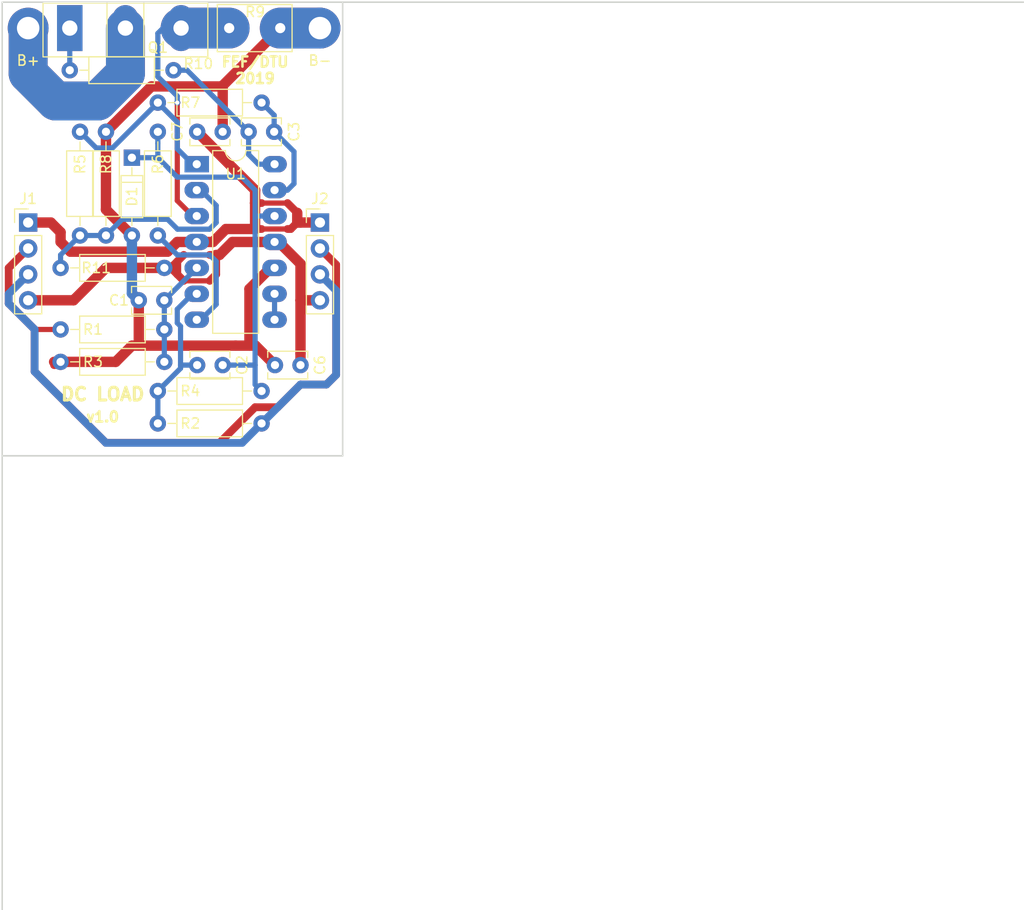
<source format=kicad_pcb>
(kicad_pcb (version 4) (host pcbnew 4.0.6)

  (general
    (links 44)
    (no_connects 0)
    (area 32.919999 31.4525 133.412501 122.312501)
    (thickness 1.6)
    (drawings 23)
    (tracks 190)
    (zones 0)
    (modules 27)
    (nets 18)
  )

  (page A4)
  (layers
    (0 F.Cu signal)
    (31 B.Cu signal)
    (32 B.Adhes user hide)
    (33 F.Adhes user hide)
    (34 B.Paste user)
    (35 F.Paste user)
    (36 B.SilkS user hide)
    (37 F.SilkS user)
    (38 B.Mask user)
    (39 F.Mask user)
    (40 Dwgs.User user hide)
    (41 Cmts.User user hide)
    (42 Eco1.User user hide)
    (43 Eco2.User user hide)
    (44 Edge.Cuts user)
    (45 Margin user hide)
    (46 B.CrtYd user)
    (47 F.CrtYd user)
    (48 B.Fab user hide)
    (49 F.Fab user)
  )

  (setup
    (last_trace_width 0.25)
    (user_trace_width 0.254)
    (user_trace_width 0.381)
    (user_trace_width 0.508)
    (user_trace_width 0.635)
    (user_trace_width 0.762)
    (user_trace_width 1.016)
    (user_trace_width 2.54)
    (user_trace_width 3.81)
    (trace_clearance 0.2)
    (zone_clearance 0.508)
    (zone_45_only no)
    (trace_min 0.2)
    (segment_width 3.81)
    (edge_width 0.15)
    (via_size 0.6)
    (via_drill 0.4)
    (via_min_size 0.4)
    (via_min_drill 0.3)
    (uvia_size 0.3)
    (uvia_drill 0.1)
    (uvias_allowed no)
    (uvia_min_size 0.2)
    (uvia_min_drill 0.1)
    (pcb_text_width 0.3)
    (pcb_text_size 1.5 1.5)
    (mod_edge_width 0.15)
    (mod_text_size 1 1)
    (mod_text_width 0.15)
    (pad_size 3.2 3.2)
    (pad_drill 3.2)
    (pad_to_mask_clearance 0.2)
    (aux_axis_origin 0 0)
    (grid_origin 33.3375 33.3375)
    (visible_elements 7FFFFFFF)
    (pcbplotparams
      (layerselection 0x00030_80000001)
      (usegerberextensions false)
      (excludeedgelayer true)
      (linewidth 0.100000)
      (plotframeref false)
      (viasonmask false)
      (mode 1)
      (useauxorigin false)
      (hpglpennumber 1)
      (hpglpenspeed 20)
      (hpglpendiameter 15)
      (hpglpenoverlay 2)
      (psnegative false)
      (psa4output false)
      (plotreference true)
      (plotvalue true)
      (plotinvisibletext false)
      (padsonsilk false)
      (subtractmaskfromsilk false)
      (outputformat 1)
      (mirror false)
      (drillshape 1)
      (scaleselection 1)
      (outputdirectory ""))
  )

  (net 0 "")
  (net 1 GND)
  (net 2 "Net-(C1-Pad2)")
  (net 3 "Net-(C2-Pad1)")
  (net 4 "Net-(C2-Pad2)")
  (net 5 "Net-(C3-Pad1)")
  (net 6 VSS)
  (net 7 VDD)
  (net 8 "Net-(J1-Pad2)")
  (net 9 "Net-(J3-Pad1)")
  (net 10 "Net-(Q1-Pad1)")
  (net 11 "Net-(Q1-Pad3)")
  (net 12 "Net-(U1-Pad8)")
  (net 13 "Net-(C3-Pad2)")
  (net 14 "Net-(J1-Pad3)")
  (net 15 "Net-(R5-Pad1)")
  (net 16 "Net-(R11-Pad1)")
  (net 17 "Net-(R6-Pad1)")

  (net_class Default "This is the default net class."
    (clearance 0.2)
    (trace_width 0.25)
    (via_dia 0.6)
    (via_drill 0.4)
    (uvia_dia 0.3)
    (uvia_drill 0.1)
    (add_net GND)
    (add_net "Net-(C1-Pad2)")
    (add_net "Net-(C2-Pad1)")
    (add_net "Net-(C2-Pad2)")
    (add_net "Net-(C3-Pad1)")
    (add_net "Net-(C3-Pad2)")
    (add_net "Net-(J1-Pad2)")
    (add_net "Net-(J1-Pad3)")
    (add_net "Net-(J3-Pad1)")
    (add_net "Net-(Q1-Pad1)")
    (add_net "Net-(Q1-Pad3)")
    (add_net "Net-(R11-Pad1)")
    (add_net "Net-(R5-Pad1)")
    (add_net "Net-(R6-Pad1)")
    (add_net "Net-(U1-Pad8)")
    (add_net VDD)
    (add_net VSS)
  )

  (module Mounting_Holes:MountingHole_3.2mm_M3_DIN965 (layer F.Cu) (tedit 5C5F3A04) (tstamp 5CA11552)
    (at 36.195 47.625)
    (descr "Mounting Hole 3.2mm, no annular, M3, DIN965")
    (tags "mounting hole 3.2mm no annular m3 din965")
    (attr virtual)
    (fp_text reference M1 (at 0 -2.54) (layer F.SilkS) hide
      (effects (font (size 1 1) (thickness 0.15)))
    )
    (fp_text value 3.2mm (at 0 3.8) (layer F.Fab) hide
      (effects (font (size 1 1) (thickness 0.15)))
    )
    (fp_text user %R (at 0.3 0) (layer F.Fab) hide
      (effects (font (size 1 1) (thickness 0.15)))
    )
    (fp_circle (center 0 0) (end 2.8 0) (layer Cmts.User) (width 0.15))
    (fp_circle (center 0 0) (end 3.05 0) (layer F.CrtYd) (width 0.05))
    (pad "" np_thru_hole circle (at 0 0) (size 3.2 3.2) (drill 3.2) (layers *.Cu *.Mask))
  )

  (module Resistors_THT:R_Axial_DIN0207_L6.3mm_D2.5mm_P10.16mm_Horizontal (layer F.Cu) (tedit 5C56D4CA) (tstamp 5C1A9BE0)
    (at 40.9575 46.0375 270)
    (descr "Resistor, Axial_DIN0207 series, Axial, Horizontal, pin pitch=10.16mm, 0.25W = 1/4W, length*diameter=6.3*2.5mm^2, http://cdn-reichelt.de/documents/datenblatt/B400/1_4W%23YAG.pdf")
    (tags "Resistor Axial_DIN0207 series Axial Horizontal pin pitch 10.16mm 0.25W = 1/4W length 6.3mm diameter 2.5mm")
    (path /5C11543C)
    (fp_text reference R5 (at 3.175 0 450) (layer F.SilkS)
      (effects (font (size 1 1) (thickness 0.15)))
    )
    (fp_text value 2k (at 6.985 0 270) (layer F.Fab)
      (effects (font (size 1 1) (thickness 0.15)))
    )
    (fp_line (start 1.93 -1.25) (end 1.93 1.25) (layer F.Fab) (width 0.1))
    (fp_line (start 1.93 1.25) (end 8.23 1.25) (layer F.Fab) (width 0.1))
    (fp_line (start 8.23 1.25) (end 8.23 -1.25) (layer F.Fab) (width 0.1))
    (fp_line (start 8.23 -1.25) (end 1.93 -1.25) (layer F.Fab) (width 0.1))
    (fp_line (start 0 0) (end 1.93 0) (layer F.Fab) (width 0.1))
    (fp_line (start 10.16 0) (end 8.23 0) (layer F.Fab) (width 0.1))
    (fp_line (start 1.87 -1.31) (end 1.87 1.31) (layer F.SilkS) (width 0.12))
    (fp_line (start 1.87 1.31) (end 8.29 1.31) (layer F.SilkS) (width 0.12))
    (fp_line (start 8.29 1.31) (end 8.29 -1.31) (layer F.SilkS) (width 0.12))
    (fp_line (start 8.29 -1.31) (end 1.87 -1.31) (layer F.SilkS) (width 0.12))
    (fp_line (start 0.98 0) (end 1.87 0) (layer F.SilkS) (width 0.12))
    (fp_line (start 9.18 0) (end 8.29 0) (layer F.SilkS) (width 0.12))
    (fp_line (start -1.05 -1.6) (end -1.05 1.6) (layer F.CrtYd) (width 0.05))
    (fp_line (start -1.05 1.6) (end 11.25 1.6) (layer F.CrtYd) (width 0.05))
    (fp_line (start 11.25 1.6) (end 11.25 -1.6) (layer F.CrtYd) (width 0.05))
    (fp_line (start 11.25 -1.6) (end -1.05 -1.6) (layer F.CrtYd) (width 0.05))
    (pad 1 thru_hole circle (at 0 0 270) (size 1.6 1.6) (drill 0.8) (layers *.Cu *.Mask)
      (net 15 "Net-(R5-Pad1)"))
    (pad 2 thru_hole oval (at 10.16 0 270) (size 1.6 1.6) (drill 0.8) (layers *.Cu *.Mask)
      (net 16 "Net-(R11-Pad1)"))
    (model ${KISYS3DMOD}/Resistors_THT.3dshapes/R_Axial_DIN0207_L6.3mm_D2.5mm_P10.16mm_Horizontal.wrl
      (at (xyz 0 0 0))
      (scale (xyz 0.393701 0.393701 0.393701))
      (rotate (xyz 0 0 0))
    )
  )

  (module Resistors_THT:R_Axial_DIN0207_L6.3mm_D2.5mm_P10.16mm_Horizontal (layer F.Cu) (tedit 5C56D4D4) (tstamp 5C1A9BE6)
    (at 48.5775 56.1975 90)
    (descr "Resistor, Axial_DIN0207 series, Axial, Horizontal, pin pitch=10.16mm, 0.25W = 1/4W, length*diameter=6.3*2.5mm^2, http://cdn-reichelt.de/documents/datenblatt/B400/1_4W%23YAG.pdf")
    (tags "Resistor Axial_DIN0207 series Axial Horizontal pin pitch 10.16mm 0.25W = 1/4W length 6.3mm diameter 2.5mm")
    (path /5C1155B9)
    (fp_text reference R6 (at 6.985 0 90) (layer F.SilkS)
      (effects (font (size 1 1) (thickness 0.15)))
    )
    (fp_text value 1k4 (at 3.81 0 90) (layer F.Fab)
      (effects (font (size 1 1) (thickness 0.15)))
    )
    (fp_line (start 1.93 -1.25) (end 1.93 1.25) (layer F.Fab) (width 0.1))
    (fp_line (start 1.93 1.25) (end 8.23 1.25) (layer F.Fab) (width 0.1))
    (fp_line (start 8.23 1.25) (end 8.23 -1.25) (layer F.Fab) (width 0.1))
    (fp_line (start 8.23 -1.25) (end 1.93 -1.25) (layer F.Fab) (width 0.1))
    (fp_line (start 0 0) (end 1.93 0) (layer F.Fab) (width 0.1))
    (fp_line (start 10.16 0) (end 8.23 0) (layer F.Fab) (width 0.1))
    (fp_line (start 1.87 -1.31) (end 1.87 1.31) (layer F.SilkS) (width 0.12))
    (fp_line (start 1.87 1.31) (end 8.29 1.31) (layer F.SilkS) (width 0.12))
    (fp_line (start 8.29 1.31) (end 8.29 -1.31) (layer F.SilkS) (width 0.12))
    (fp_line (start 8.29 -1.31) (end 1.87 -1.31) (layer F.SilkS) (width 0.12))
    (fp_line (start 0.98 0) (end 1.87 0) (layer F.SilkS) (width 0.12))
    (fp_line (start 9.18 0) (end 8.29 0) (layer F.SilkS) (width 0.12))
    (fp_line (start -1.05 -1.6) (end -1.05 1.6) (layer F.CrtYd) (width 0.05))
    (fp_line (start -1.05 1.6) (end 11.25 1.6) (layer F.CrtYd) (width 0.05))
    (fp_line (start 11.25 1.6) (end 11.25 -1.6) (layer F.CrtYd) (width 0.05))
    (fp_line (start 11.25 -1.6) (end -1.05 -1.6) (layer F.CrtYd) (width 0.05))
    (pad 1 thru_hole circle (at 0 0 90) (size 1.6 1.6) (drill 0.8) (layers *.Cu *.Mask)
      (net 17 "Net-(R6-Pad1)"))
    (pad 2 thru_hole oval (at 10.16 0 90) (size 1.6 1.6) (drill 0.8) (layers *.Cu *.Mask)
      (net 3 "Net-(C2-Pad1)"))
    (model ${KISYS3DMOD}/Resistors_THT.3dshapes/R_Axial_DIN0207_L6.3mm_D2.5mm_P10.16mm_Horizontal.wrl
      (at (xyz 0 0 0))
      (scale (xyz 0.393701 0.393701 0.393701))
      (rotate (xyz 0 0 0))
    )
  )

  (module Housings_DIP:DIP-14_W7.62mm_LongPads (layer F.Cu) (tedit 59C78D6B) (tstamp 5C251A70)
    (at 52.3875 49.2125)
    (descr "14-lead though-hole mounted DIP package, row spacing 7.62 mm (300 mils), LongPads")
    (tags "THT DIP DIL PDIP 2.54mm 7.62mm 300mil LongPads")
    (path /5C114EEC)
    (fp_text reference U1 (at 3.81 0.9525) (layer F.SilkS)
      (effects (font (size 1 1) (thickness 0.15)))
    )
    (fp_text value LM324 (at 3.81 15.875) (layer F.Fab)
      (effects (font (size 1 1) (thickness 0.15)))
    )
    (fp_arc (start 3.81 -1.33) (end 2.81 -1.33) (angle -180) (layer F.SilkS) (width 0.12))
    (fp_line (start 1.635 -1.27) (end 6.985 -1.27) (layer F.Fab) (width 0.1))
    (fp_line (start 6.985 -1.27) (end 6.985 16.51) (layer F.Fab) (width 0.1))
    (fp_line (start 6.985 16.51) (end 0.635 16.51) (layer F.Fab) (width 0.1))
    (fp_line (start 0.635 16.51) (end 0.635 -0.27) (layer F.Fab) (width 0.1))
    (fp_line (start 0.635 -0.27) (end 1.635 -1.27) (layer F.Fab) (width 0.1))
    (fp_line (start 2.81 -1.33) (end 1.56 -1.33) (layer F.SilkS) (width 0.12))
    (fp_line (start 1.56 -1.33) (end 1.56 16.57) (layer F.SilkS) (width 0.12))
    (fp_line (start 1.56 16.57) (end 6.06 16.57) (layer F.SilkS) (width 0.12))
    (fp_line (start 6.06 16.57) (end 6.06 -1.33) (layer F.SilkS) (width 0.12))
    (fp_line (start 6.06 -1.33) (end 4.81 -1.33) (layer F.SilkS) (width 0.12))
    (fp_line (start -1.45 -1.55) (end -1.45 16.8) (layer F.CrtYd) (width 0.05))
    (fp_line (start -1.45 16.8) (end 9.1 16.8) (layer F.CrtYd) (width 0.05))
    (fp_line (start 9.1 16.8) (end 9.1 -1.55) (layer F.CrtYd) (width 0.05))
    (fp_line (start 9.1 -1.55) (end -1.45 -1.55) (layer F.CrtYd) (width 0.05))
    (fp_text user %R (at 3.81 7.62) (layer F.Fab)
      (effects (font (size 1 1) (thickness 0.15)))
    )
    (pad 1 thru_hole rect (at 0 0) (size 2.4 1.6) (drill 0.8) (layers *.Cu *.Mask)
      (net 15 "Net-(R5-Pad1)"))
    (pad 8 thru_hole oval (at 7.62 15.24) (size 2.4 1.6) (drill 0.8) (layers *.Cu *.Mask)
      (net 12 "Net-(U1-Pad8)"))
    (pad 2 thru_hole oval (at 0 2.54) (size 2.4 1.6) (drill 0.8) (layers *.Cu *.Mask)
      (net 16 "Net-(R11-Pad1)"))
    (pad 9 thru_hole oval (at 7.62 12.7) (size 2.4 1.6) (drill 0.8) (layers *.Cu *.Mask)
      (net 12 "Net-(U1-Pad8)"))
    (pad 3 thru_hole oval (at 0 5.08) (size 2.4 1.6) (drill 0.8) (layers *.Cu *.Mask)
      (net 11 "Net-(Q1-Pad3)"))
    (pad 10 thru_hole oval (at 7.62 10.16) (size 2.4 1.6) (drill 0.8) (layers *.Cu *.Mask)
      (net 1 GND))
    (pad 4 thru_hole oval (at 0 7.62) (size 2.4 1.6) (drill 0.8) (layers *.Cu *.Mask)
      (net 7 VDD))
    (pad 11 thru_hole oval (at 7.62 7.62) (size 2.4 1.6) (drill 0.8) (layers *.Cu *.Mask)
      (net 6 VSS))
    (pad 5 thru_hole oval (at 0 10.16) (size 2.4 1.6) (drill 0.8) (layers *.Cu *.Mask)
      (net 2 "Net-(C1-Pad2)"))
    (pad 12 thru_hole oval (at 7.62 5.08) (size 2.4 1.6) (drill 0.8) (layers *.Cu *.Mask)
      (net 3 "Net-(C2-Pad1)"))
    (pad 6 thru_hole oval (at 0 12.7) (size 2.4 1.6) (drill 0.8) (layers *.Cu *.Mask)
      (net 4 "Net-(C2-Pad2)"))
    (pad 13 thru_hole oval (at 7.62 2.54) (size 2.4 1.6) (drill 0.8) (layers *.Cu *.Mask)
      (net 13 "Net-(C3-Pad2)"))
    (pad 7 thru_hole oval (at 0 15.24) (size 2.4 1.6) (drill 0.8) (layers *.Cu *.Mask)
      (net 17 "Net-(R6-Pad1)"))
    (pad 14 thru_hole oval (at 7.62 0) (size 2.4 1.6) (drill 0.8) (layers *.Cu *.Mask)
      (net 5 "Net-(C3-Pad1)"))
    (model ${KISYS3DMOD}/Housings_DIP.3dshapes/DIP-14_W7.62mm.wrl
      (at (xyz 0 0 0))
      (scale (xyz 1 1 1))
      (rotate (xyz 0 0 0))
    )
  )

  (module Resistors_THT:R_Axial_DIN0207_L6.3mm_D2.5mm_P10.16mm_Horizontal (layer F.Cu) (tedit 5874F706) (tstamp 5C1A9BEC)
    (at 58.7375 43.18 180)
    (descr "Resistor, Axial_DIN0207 series, Axial, Horizontal, pin pitch=10.16mm, 0.25W = 1/4W, length*diameter=6.3*2.5mm^2, http://cdn-reichelt.de/documents/datenblatt/B400/1_4W%23YAG.pdf")
    (tags "Resistor Axial_DIN0207 series Axial Horizontal pin pitch 10.16mm 0.25W = 1/4W length 6.3mm diameter 2.5mm")
    (path /5C11553A)
    (fp_text reference R7 (at 6.985 0 180) (layer F.SilkS)
      (effects (font (size 1 1) (thickness 0.15)))
    )
    (fp_text value 10k (at 3.175 0 180) (layer F.Fab)
      (effects (font (size 1 1) (thickness 0.15)))
    )
    (fp_line (start 1.93 -1.25) (end 1.93 1.25) (layer F.Fab) (width 0.1))
    (fp_line (start 1.93 1.25) (end 8.23 1.25) (layer F.Fab) (width 0.1))
    (fp_line (start 8.23 1.25) (end 8.23 -1.25) (layer F.Fab) (width 0.1))
    (fp_line (start 8.23 -1.25) (end 1.93 -1.25) (layer F.Fab) (width 0.1))
    (fp_line (start 0 0) (end 1.93 0) (layer F.Fab) (width 0.1))
    (fp_line (start 10.16 0) (end 8.23 0) (layer F.Fab) (width 0.1))
    (fp_line (start 1.87 -1.31) (end 1.87 1.31) (layer F.SilkS) (width 0.12))
    (fp_line (start 1.87 1.31) (end 8.29 1.31) (layer F.SilkS) (width 0.12))
    (fp_line (start 8.29 1.31) (end 8.29 -1.31) (layer F.SilkS) (width 0.12))
    (fp_line (start 8.29 -1.31) (end 1.87 -1.31) (layer F.SilkS) (width 0.12))
    (fp_line (start 0.98 0) (end 1.87 0) (layer F.SilkS) (width 0.12))
    (fp_line (start 9.18 0) (end 8.29 0) (layer F.SilkS) (width 0.12))
    (fp_line (start -1.05 -1.6) (end -1.05 1.6) (layer F.CrtYd) (width 0.05))
    (fp_line (start -1.05 1.6) (end 11.25 1.6) (layer F.CrtYd) (width 0.05))
    (fp_line (start 11.25 1.6) (end 11.25 -1.6) (layer F.CrtYd) (width 0.05))
    (fp_line (start 11.25 -1.6) (end -1.05 -1.6) (layer F.CrtYd) (width 0.05))
    (pad 1 thru_hole circle (at 0 0 180) (size 1.6 1.6) (drill 0.8) (layers *.Cu *.Mask)
      (net 13 "Net-(C3-Pad2)"))
    (pad 2 thru_hole oval (at 10.16 0 180) (size 1.6 1.6) (drill 0.8) (layers *.Cu *.Mask)
      (net 15 "Net-(R5-Pad1)"))
    (model ${KISYS3DMOD}/Resistors_THT.3dshapes/R_Axial_DIN0207_L6.3mm_D2.5mm_P10.16mm_Horizontal.wrl
      (at (xyz 0 0 0))
      (scale (xyz 0.393701 0.393701 0.393701))
      (rotate (xyz 0 0 0))
    )
  )

  (module Wire_Pads:SolderWirePad_single_2-5mmDrill (layer F.Cu) (tedit 5C9FC629) (tstamp 5C1A9BB6)
    (at 35.8775 35.8775)
    (path /5C115286)
    (fp_text reference J3 (at -0.9525 3.175) (layer F.SilkS) hide
      (effects (font (size 1 1) (thickness 0.15)))
    )
    (fp_text value B+ (at 2.8575 -1.905) (layer F.Fab)
      (effects (font (size 1 1) (thickness 0.15)))
    )
    (pad 1 thru_hole circle (at 0 0) (size 4 4) (drill 2.2) (layers *.Cu *.Mask)
      (net 9 "Net-(J3-Pad1)"))
  )

  (module Wire_Pads:SolderWirePad_single_2-5mmDrill (layer F.Cu) (tedit 5C9FC635) (tstamp 5C1A9BBB)
    (at 64.4525 35.8775)
    (path /5C115F91)
    (fp_text reference J4 (at 0.635 3.175) (layer F.SilkS) hide
      (effects (font (size 1 1) (thickness 0.15)))
    )
    (fp_text value B- (at -2.54 -1.905) (layer F.Fab)
      (effects (font (size 1 1) (thickness 0.15)))
    )
    (pad 1 thru_hole circle (at 0 0) (size 4 4) (drill 2.2) (layers *.Cu *.Mask)
      (net 1 GND))
  )

  (module Resistors_THT:R_Axial_DIN0207_L6.3mm_D2.5mm_P10.16mm_Horizontal (layer F.Cu) (tedit 5874F706) (tstamp 5C1A9BC8)
    (at 49.2125 65.405 180)
    (descr "Resistor, Axial_DIN0207 series, Axial, Horizontal, pin pitch=10.16mm, 0.25W = 1/4W, length*diameter=6.3*2.5mm^2, http://cdn-reichelt.de/documents/datenblatt/B400/1_4W%23YAG.pdf")
    (tags "Resistor Axial_DIN0207 series Axial Horizontal pin pitch 10.16mm 0.25W = 1/4W length 6.3mm diameter 2.5mm")
    (path /5C1169DC)
    (fp_text reference R1 (at 6.985 0 180) (layer F.SilkS)
      (effects (font (size 1 1) (thickness 0.15)))
    )
    (fp_text value 10k (at 3.81 0 180) (layer F.Fab)
      (effects (font (size 1 1) (thickness 0.15)))
    )
    (fp_line (start 1.93 -1.25) (end 1.93 1.25) (layer F.Fab) (width 0.1))
    (fp_line (start 1.93 1.25) (end 8.23 1.25) (layer F.Fab) (width 0.1))
    (fp_line (start 8.23 1.25) (end 8.23 -1.25) (layer F.Fab) (width 0.1))
    (fp_line (start 8.23 -1.25) (end 1.93 -1.25) (layer F.Fab) (width 0.1))
    (fp_line (start 0 0) (end 1.93 0) (layer F.Fab) (width 0.1))
    (fp_line (start 10.16 0) (end 8.23 0) (layer F.Fab) (width 0.1))
    (fp_line (start 1.87 -1.31) (end 1.87 1.31) (layer F.SilkS) (width 0.12))
    (fp_line (start 1.87 1.31) (end 8.29 1.31) (layer F.SilkS) (width 0.12))
    (fp_line (start 8.29 1.31) (end 8.29 -1.31) (layer F.SilkS) (width 0.12))
    (fp_line (start 8.29 -1.31) (end 1.87 -1.31) (layer F.SilkS) (width 0.12))
    (fp_line (start 0.98 0) (end 1.87 0) (layer F.SilkS) (width 0.12))
    (fp_line (start 9.18 0) (end 8.29 0) (layer F.SilkS) (width 0.12))
    (fp_line (start -1.05 -1.6) (end -1.05 1.6) (layer F.CrtYd) (width 0.05))
    (fp_line (start -1.05 1.6) (end 11.25 1.6) (layer F.CrtYd) (width 0.05))
    (fp_line (start 11.25 1.6) (end 11.25 -1.6) (layer F.CrtYd) (width 0.05))
    (fp_line (start 11.25 -1.6) (end -1.05 -1.6) (layer F.CrtYd) (width 0.05))
    (pad 1 thru_hole circle (at 0 0 180) (size 1.6 1.6) (drill 0.8) (layers *.Cu *.Mask)
      (net 2 "Net-(C1-Pad2)"))
    (pad 2 thru_hole oval (at 10.16 0 180) (size 1.6 1.6) (drill 0.8) (layers *.Cu *.Mask)
      (net 8 "Net-(J1-Pad2)"))
    (model ${KISYS3DMOD}/Resistors_THT.3dshapes/R_Axial_DIN0207_L6.3mm_D2.5mm_P10.16mm_Horizontal.wrl
      (at (xyz 0 0 0))
      (scale (xyz 0.393701 0.393701 0.393701))
      (rotate (xyz 0 0 0))
    )
  )

  (module Resistors_THT:R_Axial_DIN0207_L6.3mm_D2.5mm_P10.16mm_Horizontal (layer F.Cu) (tedit 5874F706) (tstamp 5C1A9BCE)
    (at 48.5775 74.6125)
    (descr "Resistor, Axial_DIN0207 series, Axial, Horizontal, pin pitch=10.16mm, 0.25W = 1/4W, length*diameter=6.3*2.5mm^2, http://cdn-reichelt.de/documents/datenblatt/B400/1_4W%23YAG.pdf")
    (tags "Resistor Axial_DIN0207 series Axial Horizontal pin pitch 10.16mm 0.25W = 1/4W length 6.3mm diameter 2.5mm")
    (path /5C11699F)
    (fp_text reference R2 (at 3.175 0) (layer F.SilkS)
      (effects (font (size 1 1) (thickness 0.15)))
    )
    (fp_text value 10k (at 6.6675 0) (layer F.Fab)
      (effects (font (size 1 1) (thickness 0.15)))
    )
    (fp_line (start 1.93 -1.25) (end 1.93 1.25) (layer F.Fab) (width 0.1))
    (fp_line (start 1.93 1.25) (end 8.23 1.25) (layer F.Fab) (width 0.1))
    (fp_line (start 8.23 1.25) (end 8.23 -1.25) (layer F.Fab) (width 0.1))
    (fp_line (start 8.23 -1.25) (end 1.93 -1.25) (layer F.Fab) (width 0.1))
    (fp_line (start 0 0) (end 1.93 0) (layer F.Fab) (width 0.1))
    (fp_line (start 10.16 0) (end 8.23 0) (layer F.Fab) (width 0.1))
    (fp_line (start 1.87 -1.31) (end 1.87 1.31) (layer F.SilkS) (width 0.12))
    (fp_line (start 1.87 1.31) (end 8.29 1.31) (layer F.SilkS) (width 0.12))
    (fp_line (start 8.29 1.31) (end 8.29 -1.31) (layer F.SilkS) (width 0.12))
    (fp_line (start 8.29 -1.31) (end 1.87 -1.31) (layer F.SilkS) (width 0.12))
    (fp_line (start 0.98 0) (end 1.87 0) (layer F.SilkS) (width 0.12))
    (fp_line (start 9.18 0) (end 8.29 0) (layer F.SilkS) (width 0.12))
    (fp_line (start -1.05 -1.6) (end -1.05 1.6) (layer F.CrtYd) (width 0.05))
    (fp_line (start -1.05 1.6) (end 11.25 1.6) (layer F.CrtYd) (width 0.05))
    (fp_line (start 11.25 1.6) (end 11.25 -1.6) (layer F.CrtYd) (width 0.05))
    (fp_line (start 11.25 -1.6) (end -1.05 -1.6) (layer F.CrtYd) (width 0.05))
    (pad 1 thru_hole circle (at 0 0) (size 1.6 1.6) (drill 0.8) (layers *.Cu *.Mask)
      (net 4 "Net-(C2-Pad2)"))
    (pad 2 thru_hole oval (at 10.16 0) (size 1.6 1.6) (drill 0.8) (layers *.Cu *.Mask)
      (net 14 "Net-(J1-Pad3)"))
    (model ${KISYS3DMOD}/Resistors_THT.3dshapes/R_Axial_DIN0207_L6.3mm_D2.5mm_P10.16mm_Horizontal.wrl
      (at (xyz 0 0 0))
      (scale (xyz 0.393701 0.393701 0.393701))
      (rotate (xyz 0 0 0))
    )
  )

  (module Resistors_THT:R_Axial_DIN0207_L6.3mm_D2.5mm_P10.16mm_Horizontal (layer F.Cu) (tedit 5874F706) (tstamp 5C1A9BD4)
    (at 49.2125 68.58 180)
    (descr "Resistor, Axial_DIN0207 series, Axial, Horizontal, pin pitch=10.16mm, 0.25W = 1/4W, length*diameter=6.3*2.5mm^2, http://cdn-reichelt.de/documents/datenblatt/B400/1_4W%23YAG.pdf")
    (tags "Resistor Axial_DIN0207 series Axial Horizontal pin pitch 10.16mm 0.25W = 1/4W length 6.3mm diameter 2.5mm")
    (path /5C116B11)
    (fp_text reference R3 (at 6.985 0 360) (layer F.SilkS)
      (effects (font (size 1 1) (thickness 0.15)))
    )
    (fp_text value 2k49 (at 3.81 0 180) (layer F.Fab)
      (effects (font (size 1 1) (thickness 0.15)))
    )
    (fp_line (start 1.93 -1.25) (end 1.93 1.25) (layer F.Fab) (width 0.1))
    (fp_line (start 1.93 1.25) (end 8.23 1.25) (layer F.Fab) (width 0.1))
    (fp_line (start 8.23 1.25) (end 8.23 -1.25) (layer F.Fab) (width 0.1))
    (fp_line (start 8.23 -1.25) (end 1.93 -1.25) (layer F.Fab) (width 0.1))
    (fp_line (start 0 0) (end 1.93 0) (layer F.Fab) (width 0.1))
    (fp_line (start 10.16 0) (end 8.23 0) (layer F.Fab) (width 0.1))
    (fp_line (start 1.87 -1.31) (end 1.87 1.31) (layer F.SilkS) (width 0.12))
    (fp_line (start 1.87 1.31) (end 8.29 1.31) (layer F.SilkS) (width 0.12))
    (fp_line (start 8.29 1.31) (end 8.29 -1.31) (layer F.SilkS) (width 0.12))
    (fp_line (start 8.29 -1.31) (end 1.87 -1.31) (layer F.SilkS) (width 0.12))
    (fp_line (start 0.98 0) (end 1.87 0) (layer F.SilkS) (width 0.12))
    (fp_line (start 9.18 0) (end 8.29 0) (layer F.SilkS) (width 0.12))
    (fp_line (start -1.05 -1.6) (end -1.05 1.6) (layer F.CrtYd) (width 0.05))
    (fp_line (start -1.05 1.6) (end 11.25 1.6) (layer F.CrtYd) (width 0.05))
    (fp_line (start 11.25 1.6) (end 11.25 -1.6) (layer F.CrtYd) (width 0.05))
    (fp_line (start 11.25 -1.6) (end -1.05 -1.6) (layer F.CrtYd) (width 0.05))
    (pad 1 thru_hole circle (at 0 0 180) (size 1.6 1.6) (drill 0.8) (layers *.Cu *.Mask)
      (net 2 "Net-(C1-Pad2)"))
    (pad 2 thru_hole oval (at 10.16 0 180) (size 1.6 1.6) (drill 0.8) (layers *.Cu *.Mask)
      (net 1 GND))
    (model ${KISYS3DMOD}/Resistors_THT.3dshapes/R_Axial_DIN0207_L6.3mm_D2.5mm_P10.16mm_Horizontal.wrl
      (at (xyz 0 0 0))
      (scale (xyz 0.393701 0.393701 0.393701))
      (rotate (xyz 0 0 0))
    )
  )

  (module Resistors_THT:R_Axial_DIN0207_L6.3mm_D2.5mm_P10.16mm_Horizontal (layer F.Cu) (tedit 5874F706) (tstamp 5C1A9BDA)
    (at 58.7375 71.4375 180)
    (descr "Resistor, Axial_DIN0207 series, Axial, Horizontal, pin pitch=10.16mm, 0.25W = 1/4W, length*diameter=6.3*2.5mm^2, http://cdn-reichelt.de/documents/datenblatt/B400/1_4W%23YAG.pdf")
    (tags "Resistor Axial_DIN0207 series Axial Horizontal pin pitch 10.16mm 0.25W = 1/4W length 6.3mm diameter 2.5mm")
    (path /5C116930)
    (fp_text reference R4 (at 6.985 0 180) (layer F.SilkS)
      (effects (font (size 1 1) (thickness 0.15)))
    )
    (fp_text value 2k49 (at 3.81 0 180) (layer F.Fab)
      (effects (font (size 1 1) (thickness 0.15)))
    )
    (fp_line (start 1.93 -1.25) (end 1.93 1.25) (layer F.Fab) (width 0.1))
    (fp_line (start 1.93 1.25) (end 8.23 1.25) (layer F.Fab) (width 0.1))
    (fp_line (start 8.23 1.25) (end 8.23 -1.25) (layer F.Fab) (width 0.1))
    (fp_line (start 8.23 -1.25) (end 1.93 -1.25) (layer F.Fab) (width 0.1))
    (fp_line (start 0 0) (end 1.93 0) (layer F.Fab) (width 0.1))
    (fp_line (start 10.16 0) (end 8.23 0) (layer F.Fab) (width 0.1))
    (fp_line (start 1.87 -1.31) (end 1.87 1.31) (layer F.SilkS) (width 0.12))
    (fp_line (start 1.87 1.31) (end 8.29 1.31) (layer F.SilkS) (width 0.12))
    (fp_line (start 8.29 1.31) (end 8.29 -1.31) (layer F.SilkS) (width 0.12))
    (fp_line (start 8.29 -1.31) (end 1.87 -1.31) (layer F.SilkS) (width 0.12))
    (fp_line (start 0.98 0) (end 1.87 0) (layer F.SilkS) (width 0.12))
    (fp_line (start 9.18 0) (end 8.29 0) (layer F.SilkS) (width 0.12))
    (fp_line (start -1.05 -1.6) (end -1.05 1.6) (layer F.CrtYd) (width 0.05))
    (fp_line (start -1.05 1.6) (end 11.25 1.6) (layer F.CrtYd) (width 0.05))
    (fp_line (start 11.25 1.6) (end 11.25 -1.6) (layer F.CrtYd) (width 0.05))
    (fp_line (start 11.25 -1.6) (end -1.05 -1.6) (layer F.CrtYd) (width 0.05))
    (pad 1 thru_hole circle (at 0 0 180) (size 1.6 1.6) (drill 0.8) (layers *.Cu *.Mask)
      (net 3 "Net-(C2-Pad1)"))
    (pad 2 thru_hole oval (at 10.16 0 180) (size 1.6 1.6) (drill 0.8) (layers *.Cu *.Mask)
      (net 4 "Net-(C2-Pad2)"))
    (model ${KISYS3DMOD}/Resistors_THT.3dshapes/R_Axial_DIN0207_L6.3mm_D2.5mm_P10.16mm_Horizontal.wrl
      (at (xyz 0 0 0))
      (scale (xyz 0.393701 0.393701 0.393701))
      (rotate (xyz 0 0 0))
    )
  )

  (module Resistors_THT:R_Axial_DIN0207_L6.3mm_D2.5mm_P10.16mm_Horizontal (layer F.Cu) (tedit 5874F706) (tstamp 5C1A9BF2)
    (at 43.4975 56.1975 90)
    (descr "Resistor, Axial_DIN0207 series, Axial, Horizontal, pin pitch=10.16mm, 0.25W = 1/4W, length*diameter=6.3*2.5mm^2, http://cdn-reichelt.de/documents/datenblatt/B400/1_4W%23YAG.pdf")
    (tags "Resistor Axial_DIN0207 series Axial Horizontal pin pitch 10.16mm 0.25W = 1/4W length 6.3mm diameter 2.5mm")
    (path /5C115481)
    (fp_text reference R8 (at 6.985 0 90) (layer F.SilkS)
      (effects (font (size 1 1) (thickness 0.15)))
    )
    (fp_text value 1k (at 3.175 0 90) (layer F.Fab)
      (effects (font (size 1 1) (thickness 0.15)))
    )
    (fp_line (start 1.93 -1.25) (end 1.93 1.25) (layer F.Fab) (width 0.1))
    (fp_line (start 1.93 1.25) (end 8.23 1.25) (layer F.Fab) (width 0.1))
    (fp_line (start 8.23 1.25) (end 8.23 -1.25) (layer F.Fab) (width 0.1))
    (fp_line (start 8.23 -1.25) (end 1.93 -1.25) (layer F.Fab) (width 0.1))
    (fp_line (start 0 0) (end 1.93 0) (layer F.Fab) (width 0.1))
    (fp_line (start 10.16 0) (end 8.23 0) (layer F.Fab) (width 0.1))
    (fp_line (start 1.87 -1.31) (end 1.87 1.31) (layer F.SilkS) (width 0.12))
    (fp_line (start 1.87 1.31) (end 8.29 1.31) (layer F.SilkS) (width 0.12))
    (fp_line (start 8.29 1.31) (end 8.29 -1.31) (layer F.SilkS) (width 0.12))
    (fp_line (start 8.29 -1.31) (end 1.87 -1.31) (layer F.SilkS) (width 0.12))
    (fp_line (start 0.98 0) (end 1.87 0) (layer F.SilkS) (width 0.12))
    (fp_line (start 9.18 0) (end 8.29 0) (layer F.SilkS) (width 0.12))
    (fp_line (start -1.05 -1.6) (end -1.05 1.6) (layer F.CrtYd) (width 0.05))
    (fp_line (start -1.05 1.6) (end 11.25 1.6) (layer F.CrtYd) (width 0.05))
    (fp_line (start 11.25 1.6) (end 11.25 -1.6) (layer F.CrtYd) (width 0.05))
    (fp_line (start 11.25 -1.6) (end -1.05 -1.6) (layer F.CrtYd) (width 0.05))
    (pad 1 thru_hole circle (at 0 0 90) (size 1.6 1.6) (drill 0.8) (layers *.Cu *.Mask)
      (net 16 "Net-(R11-Pad1)"))
    (pad 2 thru_hole oval (at 10.16 0 90) (size 1.6 1.6) (drill 0.8) (layers *.Cu *.Mask)
      (net 1 GND))
    (model ${KISYS3DMOD}/Resistors_THT.3dshapes/R_Axial_DIN0207_L6.3mm_D2.5mm_P10.16mm_Horizontal.wrl
      (at (xyz 0 0 0))
      (scale (xyz 0.393701 0.393701 0.393701))
      (rotate (xyz 0 0 0))
    )
  )

  (module Resistors_THT:R_Axial_DIN0207_L6.3mm_D2.5mm_P10.16mm_Horizontal (layer F.Cu) (tedit 5874F706) (tstamp 5C1A9BFE)
    (at 39.9525 40.005)
    (descr "Resistor, Axial_DIN0207 series, Axial, Horizontal, pin pitch=10.16mm, 0.25W = 1/4W, length*diameter=6.3*2.5mm^2, http://cdn-reichelt.de/documents/datenblatt/B400/1_4W%23YAG.pdf")
    (tags "Resistor Axial_DIN0207 series Axial Horizontal pin pitch 10.16mm 0.25W = 1/4W length 6.3mm diameter 2.5mm")
    (path /5C1AAA3C)
    (fp_text reference R10 (at 12.59375 -0.635 180) (layer F.SilkS)
      (effects (font (size 1 1) (thickness 0.15)))
    )
    (fp_text value 1k (at 6.985 0) (layer F.Fab)
      (effects (font (size 1 1) (thickness 0.15)))
    )
    (fp_line (start 1.93 -1.25) (end 1.93 1.25) (layer F.Fab) (width 0.1))
    (fp_line (start 1.93 1.25) (end 8.23 1.25) (layer F.Fab) (width 0.1))
    (fp_line (start 8.23 1.25) (end 8.23 -1.25) (layer F.Fab) (width 0.1))
    (fp_line (start 8.23 -1.25) (end 1.93 -1.25) (layer F.Fab) (width 0.1))
    (fp_line (start 0 0) (end 1.93 0) (layer F.Fab) (width 0.1))
    (fp_line (start 10.16 0) (end 8.23 0) (layer F.Fab) (width 0.1))
    (fp_line (start 1.87 -1.31) (end 1.87 1.31) (layer F.SilkS) (width 0.12))
    (fp_line (start 1.87 1.31) (end 8.29 1.31) (layer F.SilkS) (width 0.12))
    (fp_line (start 8.29 1.31) (end 8.29 -1.31) (layer F.SilkS) (width 0.12))
    (fp_line (start 8.29 -1.31) (end 1.87 -1.31) (layer F.SilkS) (width 0.12))
    (fp_line (start 0.98 0) (end 1.87 0) (layer F.SilkS) (width 0.12))
    (fp_line (start 9.18 0) (end 8.29 0) (layer F.SilkS) (width 0.12))
    (fp_line (start -1.05 -1.6) (end -1.05 1.6) (layer F.CrtYd) (width 0.05))
    (fp_line (start -1.05 1.6) (end 11.25 1.6) (layer F.CrtYd) (width 0.05))
    (fp_line (start 11.25 1.6) (end 11.25 -1.6) (layer F.CrtYd) (width 0.05))
    (fp_line (start 11.25 -1.6) (end -1.05 -1.6) (layer F.CrtYd) (width 0.05))
    (pad 1 thru_hole circle (at 0 0) (size 1.6 1.6) (drill 0.8) (layers *.Cu *.Mask)
      (net 10 "Net-(Q1-Pad1)"))
    (pad 2 thru_hole oval (at 10.16 0) (size 1.6 1.6) (drill 0.8) (layers *.Cu *.Mask)
      (net 5 "Net-(C3-Pad1)"))
    (model ${KISYS3DMOD}/Resistors_THT.3dshapes/R_Axial_DIN0207_L6.3mm_D2.5mm_P10.16mm_Horizontal.wrl
      (at (xyz 0 0 0))
      (scale (xyz 0.393701 0.393701 0.393701))
      (rotate (xyz 0 0 0))
    )
  )

  (module Diodes_THT:D_DO-35_SOD27_P7.62mm_Horizontal (layer F.Cu) (tedit 5C9FC9EA) (tstamp 5C58AAE7)
    (at 46.0375 48.5775 270)
    (descr "D, DO-35_SOD27 series, Axial, Horizontal, pin pitch=7.62mm, , length*diameter=4*2mm^2, , http://www.diodes.com/_files/packages/DO-35.pdf")
    (tags "D DO-35_SOD27 series Axial Horizontal pin pitch 7.62mm  length 4mm diameter 2mm")
    (path /5C58B195)
    (fp_text reference D1 (at 3.81 0 270) (layer F.SilkS)
      (effects (font (size 1 1) (thickness 0.15)))
    )
    (fp_text value 3v0/5mA (at 3.4925 1.5875 270) (layer F.Fab)
      (effects (font (size 0.66 0.66) (thickness 0.1)))
    )
    (fp_text user %R (at 3.81 0 270) (layer F.Fab)
      (effects (font (size 1 1) (thickness 0.15)))
    )
    (fp_line (start 1.81 -1) (end 1.81 1) (layer F.Fab) (width 0.1))
    (fp_line (start 1.81 1) (end 5.81 1) (layer F.Fab) (width 0.1))
    (fp_line (start 5.81 1) (end 5.81 -1) (layer F.Fab) (width 0.1))
    (fp_line (start 5.81 -1) (end 1.81 -1) (layer F.Fab) (width 0.1))
    (fp_line (start 0 0) (end 1.81 0) (layer F.Fab) (width 0.1))
    (fp_line (start 7.62 0) (end 5.81 0) (layer F.Fab) (width 0.1))
    (fp_line (start 2.41 -1) (end 2.41 1) (layer F.Fab) (width 0.1))
    (fp_line (start 1.75 -1.06) (end 1.75 1.06) (layer F.SilkS) (width 0.12))
    (fp_line (start 1.75 1.06) (end 5.87 1.06) (layer F.SilkS) (width 0.12))
    (fp_line (start 5.87 1.06) (end 5.87 -1.06) (layer F.SilkS) (width 0.12))
    (fp_line (start 5.87 -1.06) (end 1.75 -1.06) (layer F.SilkS) (width 0.12))
    (fp_line (start 0.98 0) (end 1.75 0) (layer F.SilkS) (width 0.12))
    (fp_line (start 6.64 0) (end 5.87 0) (layer F.SilkS) (width 0.12))
    (fp_line (start 2.41 -1.06) (end 2.41 1.06) (layer F.SilkS) (width 0.12))
    (fp_line (start -1.05 -1.35) (end -1.05 1.35) (layer F.CrtYd) (width 0.05))
    (fp_line (start -1.05 1.35) (end 8.7 1.35) (layer F.CrtYd) (width 0.05))
    (fp_line (start 8.7 1.35) (end 8.7 -1.35) (layer F.CrtYd) (width 0.05))
    (fp_line (start 8.7 -1.35) (end -1.05 -1.35) (layer F.CrtYd) (width 0.05))
    (pad 1 thru_hole rect (at 0 0 270) (size 1.6 1.6) (drill 0.8) (layers *.Cu *.Mask)
      (net 3 "Net-(C2-Pad1)"))
    (pad 2 thru_hole oval (at 7.62 0 270) (size 1.6 1.6) (drill 0.8) (layers *.Cu *.Mask)
      (net 1 GND))
    (model ${KISYS3DMOD}/Diodes_THT.3dshapes/D_DO-35_SOD27_P7.62mm_Horizontal.wrl
      (at (xyz 0 0 0))
      (scale (xyz 0.393701 0.393701 0.393701))
      (rotate (xyz 0 0 0))
    )
  )

  (module Pin_Headers:Pin_Header_Straight_1x04_Pitch2.54mm (layer F.Cu) (tedit 5C5F0640) (tstamp 5C58AB35)
    (at 35.8775 54.9275)
    (descr "Through hole straight pin header, 1x04, 2.54mm pitch, single row")
    (tags "Through hole pin header THT 1x04 2.54mm single row")
    (path /5C1A9908)
    (fp_text reference J1 (at 0 -2.33) (layer F.SilkS)
      (effects (font (size 1 1) (thickness 0.15)))
    )
    (fp_text value "CTL IN" (at 0.635 9.8425) (layer F.Fab)
      (effects (font (size 1 1) (thickness 0.15)))
    )
    (fp_line (start -0.635 -1.27) (end 1.27 -1.27) (layer F.Fab) (width 0.1))
    (fp_line (start 1.27 -1.27) (end 1.27 8.89) (layer F.Fab) (width 0.1))
    (fp_line (start 1.27 8.89) (end -1.27 8.89) (layer F.Fab) (width 0.1))
    (fp_line (start -1.27 8.89) (end -1.27 -0.635) (layer F.Fab) (width 0.1))
    (fp_line (start -1.27 -0.635) (end -0.635 -1.27) (layer F.Fab) (width 0.1))
    (fp_line (start -1.33 8.95) (end 1.33 8.95) (layer F.SilkS) (width 0.12))
    (fp_line (start -1.33 1.27) (end -1.33 8.95) (layer F.SilkS) (width 0.12))
    (fp_line (start 1.33 1.27) (end 1.33 8.95) (layer F.SilkS) (width 0.12))
    (fp_line (start -1.33 1.27) (end 1.33 1.27) (layer F.SilkS) (width 0.12))
    (fp_line (start -1.33 0) (end -1.33 -1.33) (layer F.SilkS) (width 0.12))
    (fp_line (start -1.33 -1.33) (end 0 -1.33) (layer F.SilkS) (width 0.12))
    (fp_line (start -1.8 -1.8) (end -1.8 9.4) (layer F.CrtYd) (width 0.05))
    (fp_line (start -1.8 9.4) (end 1.8 9.4) (layer F.CrtYd) (width 0.05))
    (fp_line (start 1.8 9.4) (end 1.8 -1.8) (layer F.CrtYd) (width 0.05))
    (fp_line (start 1.8 -1.8) (end -1.8 -1.8) (layer F.CrtYd) (width 0.05))
    (fp_text user %R (at 0 3.81 90) (layer F.Fab)
      (effects (font (size 1 1) (thickness 0.15)))
    )
    (pad 1 thru_hole rect (at 0 0) (size 1.8 1.8) (drill 1) (layers *.Cu *.Mask)
      (net 7 VDD))
    (pad 2 thru_hole oval (at 0 2.54) (size 1.8 1.8) (drill 1) (layers *.Cu *.Mask)
      (net 8 "Net-(J1-Pad2)"))
    (pad 3 thru_hole oval (at 0 5.08) (size 1.8 1.8) (drill 1) (layers *.Cu *.Mask)
      (net 14 "Net-(J1-Pad3)"))
    (pad 4 thru_hole oval (at 0 7.62) (size 1.8 1.8) (drill 1) (layers *.Cu *.Mask)
      (net 6 VSS))
    (model ${KISYS3DMOD}/Pin_Headers.3dshapes/Pin_Header_Straight_1x04_Pitch2.54mm.wrl
      (at (xyz 0 0 0))
      (scale (xyz 1 1 1))
      (rotate (xyz 0 0 0))
    )
  )

  (module Pin_Headers:Pin_Header_Straight_1x04_Pitch2.54mm (layer F.Cu) (tedit 5C5F0677) (tstamp 5C58AB3D)
    (at 64.4525 54.9275)
    (descr "Through hole straight pin header, 1x04, 2.54mm pitch, single row")
    (tags "Through hole pin header THT 1x04 2.54mm single row")
    (path /5C1A9D5A)
    (fp_text reference J2 (at 0 -2.33) (layer F.SilkS)
      (effects (font (size 1 1) (thickness 0.15)))
    )
    (fp_text value "CTL OUT" (at -0.9525 9.8425) (layer F.Fab)
      (effects (font (size 1 1) (thickness 0.15)))
    )
    (fp_line (start -0.635 -1.27) (end 1.27 -1.27) (layer F.Fab) (width 0.1))
    (fp_line (start 1.27 -1.27) (end 1.27 8.89) (layer F.Fab) (width 0.1))
    (fp_line (start 1.27 8.89) (end -1.27 8.89) (layer F.Fab) (width 0.1))
    (fp_line (start -1.27 8.89) (end -1.27 -0.635) (layer F.Fab) (width 0.1))
    (fp_line (start -1.27 -0.635) (end -0.635 -1.27) (layer F.Fab) (width 0.1))
    (fp_line (start -1.33 8.95) (end 1.33 8.95) (layer F.SilkS) (width 0.12))
    (fp_line (start -1.33 1.27) (end -1.33 8.95) (layer F.SilkS) (width 0.12))
    (fp_line (start 1.33 1.27) (end 1.33 8.95) (layer F.SilkS) (width 0.12))
    (fp_line (start -1.33 1.27) (end 1.33 1.27) (layer F.SilkS) (width 0.12))
    (fp_line (start -1.33 0) (end -1.33 -1.33) (layer F.SilkS) (width 0.12))
    (fp_line (start -1.33 -1.33) (end 0 -1.33) (layer F.SilkS) (width 0.12))
    (fp_line (start -1.8 -1.8) (end -1.8 9.4) (layer F.CrtYd) (width 0.05))
    (fp_line (start -1.8 9.4) (end 1.8 9.4) (layer F.CrtYd) (width 0.05))
    (fp_line (start 1.8 9.4) (end 1.8 -1.8) (layer F.CrtYd) (width 0.05))
    (fp_line (start 1.8 -1.8) (end -1.8 -1.8) (layer F.CrtYd) (width 0.05))
    (fp_text user %R (at 0 3.81 90) (layer F.Fab)
      (effects (font (size 1 1) (thickness 0.15)))
    )
    (pad 1 thru_hole rect (at 0 0) (size 1.8 1.8) (drill 1) (layers *.Cu *.Mask)
      (net 7 VDD))
    (pad 2 thru_hole oval (at 0 2.54) (size 1.8 1.8) (drill 1) (layers *.Cu *.Mask)
      (net 8 "Net-(J1-Pad2)"))
    (pad 3 thru_hole oval (at 0 5.08) (size 1.8 1.8) (drill 1) (layers *.Cu *.Mask)
      (net 14 "Net-(J1-Pad3)"))
    (pad 4 thru_hole oval (at 0 7.62) (size 1.8 1.8) (drill 1) (layers *.Cu *.Mask)
      (net 6 VSS))
    (model ${KISYS3DMOD}/Pin_Headers.3dshapes/Pin_Header_Straight_1x04_Pitch2.54mm.wrl
      (at (xyz 0 0 0))
      (scale (xyz 1 1 1))
      (rotate (xyz 0 0 0))
    )
  )

  (module Mounting_Holes:MountingHole_3.2mm_M3_DIN965 (layer F.Cu) (tedit 5CA11B98) (tstamp 5C5EF087)
    (at 63.81496 42.8625)
    (descr "Mounting Hole 3.2mm, no annular, M3, DIN965")
    (tags "mounting hole 3.2mm no annular m3 din965")
    (attr virtual)
    (fp_text reference M4 (at 0 -2.54) (layer F.SilkS) hide
      (effects (font (size 1 1) (thickness 0.15)))
    )
    (fp_text value 3.2mm (at 0 3.8) (layer F.Fab) hide
      (effects (font (size 1 1) (thickness 0.15)))
    )
    (fp_text user %R (at 0.3 0) (layer F.Fab) hide
      (effects (font (size 1 1) (thickness 0.15)))
    )
    (fp_circle (center 0 0) (end 2.8 0) (layer Cmts.User) (width 0.15))
    (fp_circle (center 0 0) (end 3.05 0) (layer F.CrtYd) (width 0.05))
    (pad "" np_thru_hole circle (at 0 0) (size 3.2 3.2) (drill 3.2) (layers *.Cu *.Mask))
  )

  (module Mounting_Holes:MountingHole_3.2mm_M3_DIN965 (layer F.Cu) (tedit 5C5F39C9) (tstamp 5C5EFFD6)
    (at 36.195 74.93)
    (descr "Mounting Hole 3.2mm, no annular, M3, DIN965")
    (tags "mounting hole 3.2mm no annular m3 din965")
    (attr virtual)
    (fp_text reference M2 (at 0 -2.54) (layer F.SilkS) hide
      (effects (font (size 1 1) (thickness 0.15)))
    )
    (fp_text value 3.2mm (at 0 3.8) (layer F.Fab) hide
      (effects (font (size 1 1) (thickness 0.15)))
    )
    (fp_text user %R (at 0.3 0) (layer F.Fab) hide
      (effects (font (size 1 1) (thickness 0.15)))
    )
    (fp_circle (center 0 0) (end 2.8 0) (layer Cmts.User) (width 0.15))
    (fp_circle (center 0 0) (end 3.05 0) (layer F.CrtYd) (width 0.05))
    (pad 1 np_thru_hole circle (at 0 0) (size 3.2 3.2) (drill 3.2) (layers *.Cu *.Mask))
  )

  (module Mounting_Holes:MountingHole_3.2mm_M3_DIN965 (layer F.Cu) (tedit 5C5F3360) (tstamp 5C5EFFFF)
    (at 63.8175 74.93)
    (descr "Mounting Hole 3.2mm, no annular, M3, DIN965")
    (tags "mounting hole 3.2mm no annular m3 din965")
    (attr virtual)
    (fp_text reference M3 (at 0 -2.54) (layer F.SilkS) hide
      (effects (font (size 1 1) (thickness 0.15)))
    )
    (fp_text value 3.2mm (at 0 3.8) (layer F.Fab) hide
      (effects (font (size 1 1) (thickness 0.15)))
    )
    (fp_text user %R (at 0.3 0) (layer F.Fab)
      (effects (font (size 1 1) (thickness 0.15)))
    )
    (fp_circle (center 0 0) (end 2.8 0) (layer Cmts.User) (width 0.15))
    (fp_circle (center 0 0) (end 3.05 0) (layer F.CrtYd) (width 0.05))
    (pad 1 np_thru_hole circle (at 0 0) (size 3.2 3.2) (drill 3.2) (layers *.Cu *.Mask))
  )

  (module Capacitors_THT:C_Rect_L7.2mm_W4.5mm_P5.00mm_FKS2_FKP2_MKS2_MKP2 (layer F.Cu) (tedit 5C5F3953) (tstamp 5C5F395C)
    (at 55.5625 35.8775)
    (descr "C, Rect series, Radial, pin pitch=5.00mm, , length*width=7.2*4.5mm^2, Capacitor, http://www.wima.com/EN/WIMA_FKS_2.pdf")
    (tags "C Rect series Radial pin pitch 5.00mm  length 7.2mm width 4.5mm Capacitor")
    (path /5C114ECF)
    (fp_text reference R9 (at 2.54 -1.5875) (layer F.SilkS)
      (effects (font (size 1 1) (thickness 0.15)))
    )
    (fp_text value "0R1 7W" (at 2.5 3.56) (layer F.Fab)
      (effects (font (size 1 1) (thickness 0.15)))
    )
    (fp_line (start -1.1 -2.25) (end -1.1 2.25) (layer F.Fab) (width 0.1))
    (fp_line (start -1.1 2.25) (end 6.1 2.25) (layer F.Fab) (width 0.1))
    (fp_line (start 6.1 2.25) (end 6.1 -2.25) (layer F.Fab) (width 0.1))
    (fp_line (start 6.1 -2.25) (end -1.1 -2.25) (layer F.Fab) (width 0.1))
    (fp_line (start -1.16 -2.31) (end 6.16 -2.31) (layer F.SilkS) (width 0.12))
    (fp_line (start -1.16 2.31) (end 6.16 2.31) (layer F.SilkS) (width 0.12))
    (fp_line (start -1.16 -2.31) (end -1.16 2.31) (layer F.SilkS) (width 0.12))
    (fp_line (start 6.16 -2.31) (end 6.16 2.31) (layer F.SilkS) (width 0.12))
    (fp_line (start -1.45 -2.6) (end -1.45 2.6) (layer F.CrtYd) (width 0.05))
    (fp_line (start -1.45 2.6) (end 6.45 2.6) (layer F.CrtYd) (width 0.05))
    (fp_line (start 6.45 2.6) (end 6.45 -2.6) (layer F.CrtYd) (width 0.05))
    (fp_line (start 6.45 -2.6) (end -1.45 -2.6) (layer F.CrtYd) (width 0.05))
    (fp_text user %R (at 2.54 -1.5875) (layer F.Fab)
      (effects (font (size 1 1) (thickness 0.15)))
    )
    (pad 1 thru_hole circle (at 0 0) (size 1.8 1.8) (drill 1) (layers *.Cu *.Mask)
      (net 11 "Net-(Q1-Pad3)"))
    (pad 2 thru_hole circle (at 5 0) (size 1.8 1.8) (drill 1) (layers *.Cu *.Mask)
      (net 1 GND))
    (model ${KISYS3DMOD}/Capacitors_THT.3dshapes/C_Rect_L7.2mm_W4.5mm_P5.00mm_FKS2_FKP2_MKS2_MKP2.wrl
      (at (xyz 0 0 0))
      (scale (xyz 1 1 1))
      (rotate (xyz 0 0 0))
    )
  )

  (module Resistors_THT:R_Axial_DIN0207_L6.3mm_D2.5mm_P10.16mm_Horizontal (layer F.Cu) (tedit 5874F706) (tstamp 5C61D501)
    (at 39.0525 59.3725)
    (descr "Resistor, Axial_DIN0207 series, Axial, Horizontal, pin pitch=10.16mm, 0.25W = 1/4W, length*diameter=6.3*2.5mm^2, http://cdn-reichelt.de/documents/datenblatt/B400/1_4W%23YAG.pdf")
    (tags "Resistor Axial_DIN0207 series Axial Horizontal pin pitch 10.16mm 0.25W = 1/4W length 6.3mm diameter 2.5mm")
    (path /5C58E59E)
    (fp_text reference R11 (at 3.4925 0 180) (layer F.SilkS)
      (effects (font (size 1 1) (thickness 0.15)))
    )
    (fp_text value 2M2 (at 6.35 0) (layer F.Fab)
      (effects (font (size 1 1) (thickness 0.15)))
    )
    (fp_line (start 1.93 -1.25) (end 1.93 1.25) (layer F.Fab) (width 0.1))
    (fp_line (start 1.93 1.25) (end 8.23 1.25) (layer F.Fab) (width 0.1))
    (fp_line (start 8.23 1.25) (end 8.23 -1.25) (layer F.Fab) (width 0.1))
    (fp_line (start 8.23 -1.25) (end 1.93 -1.25) (layer F.Fab) (width 0.1))
    (fp_line (start 0 0) (end 1.93 0) (layer F.Fab) (width 0.1))
    (fp_line (start 10.16 0) (end 8.23 0) (layer F.Fab) (width 0.1))
    (fp_line (start 1.87 -1.31) (end 1.87 1.31) (layer F.SilkS) (width 0.12))
    (fp_line (start 1.87 1.31) (end 8.29 1.31) (layer F.SilkS) (width 0.12))
    (fp_line (start 8.29 1.31) (end 8.29 -1.31) (layer F.SilkS) (width 0.12))
    (fp_line (start 8.29 -1.31) (end 1.87 -1.31) (layer F.SilkS) (width 0.12))
    (fp_line (start 0.98 0) (end 1.87 0) (layer F.SilkS) (width 0.12))
    (fp_line (start 9.18 0) (end 8.29 0) (layer F.SilkS) (width 0.12))
    (fp_line (start -1.05 -1.6) (end -1.05 1.6) (layer F.CrtYd) (width 0.05))
    (fp_line (start -1.05 1.6) (end 11.25 1.6) (layer F.CrtYd) (width 0.05))
    (fp_line (start 11.25 1.6) (end 11.25 -1.6) (layer F.CrtYd) (width 0.05))
    (fp_line (start 11.25 -1.6) (end -1.05 -1.6) (layer F.CrtYd) (width 0.05))
    (pad 1 thru_hole circle (at 0 0) (size 1.6 1.6) (drill 0.8) (layers *.Cu *.Mask)
      (net 16 "Net-(R11-Pad1)"))
    (pad 2 thru_hole oval (at 10.16 0) (size 1.6 1.6) (drill 0.8) (layers *.Cu *.Mask)
      (net 6 VSS))
    (model ${KISYS3DMOD}/Resistors_THT.3dshapes/R_Axial_DIN0207_L6.3mm_D2.5mm_P10.16mm_Horizontal.wrl
      (at (xyz 0 0 0))
      (scale (xyz 0.393701 0.393701 0.393701))
      (rotate (xyz 0 0 0))
    )
  )

  (module Capacitors_THT:C_Disc_D3.8mm_W2.6mm_P2.50mm (layer F.Cu) (tedit 597BC7C2) (tstamp 5C9FBC67)
    (at 46.7125 62.5475)
    (descr "C, Disc series, Radial, pin pitch=2.50mm, , diameter*width=3.8*2.6mm^2, Capacitor, http://www.vishay.com/docs/45233/krseries.pdf")
    (tags "C Disc series Radial pin pitch 2.50mm  diameter 3.8mm width 2.6mm Capacitor")
    (path /5C1A9128)
    (fp_text reference C1 (at -1.945 0) (layer F.SilkS)
      (effects (font (size 1 1) (thickness 0.15)))
    )
    (fp_text value 10n (at -2.58 0 180) (layer F.Fab)
      (effects (font (size 1 1) (thickness 0.15)))
    )
    (fp_line (start -0.65 -1.3) (end -0.65 1.3) (layer F.Fab) (width 0.1))
    (fp_line (start -0.65 1.3) (end 3.15 1.3) (layer F.Fab) (width 0.1))
    (fp_line (start 3.15 1.3) (end 3.15 -1.3) (layer F.Fab) (width 0.1))
    (fp_line (start 3.15 -1.3) (end -0.65 -1.3) (layer F.Fab) (width 0.1))
    (fp_line (start -0.71 -1.36) (end 3.21 -1.36) (layer F.SilkS) (width 0.12))
    (fp_line (start -0.71 1.36) (end 3.21 1.36) (layer F.SilkS) (width 0.12))
    (fp_line (start -0.71 -1.36) (end -0.71 -0.75) (layer F.SilkS) (width 0.12))
    (fp_line (start -0.71 0.75) (end -0.71 1.36) (layer F.SilkS) (width 0.12))
    (fp_line (start 3.21 -1.36) (end 3.21 -0.75) (layer F.SilkS) (width 0.12))
    (fp_line (start 3.21 0.75) (end 3.21 1.36) (layer F.SilkS) (width 0.12))
    (fp_line (start -1.05 -1.65) (end -1.05 1.65) (layer F.CrtYd) (width 0.05))
    (fp_line (start -1.05 1.65) (end 3.55 1.65) (layer F.CrtYd) (width 0.05))
    (fp_line (start 3.55 1.65) (end 3.55 -1.65) (layer F.CrtYd) (width 0.05))
    (fp_line (start 3.55 -1.65) (end -1.05 -1.65) (layer F.CrtYd) (width 0.05))
    (fp_text user %R (at -1.945 0) (layer F.Fab)
      (effects (font (size 1 1) (thickness 0.15)))
    )
    (pad 1 thru_hole circle (at 0 0) (size 1.6 1.6) (drill 0.8) (layers *.Cu *.Mask)
      (net 1 GND))
    (pad 2 thru_hole circle (at 2.5 0) (size 1.6 1.6) (drill 0.8) (layers *.Cu *.Mask)
      (net 2 "Net-(C1-Pad2)"))
    (model ${KISYS3DMOD}/Capacitors_THT.3dshapes/C_Disc_D3.8mm_W2.6mm_P2.50mm.wrl
      (at (xyz 0 0 0))
      (scale (xyz 1 1 1))
      (rotate (xyz 0 0 0))
    )
  )

  (module Capacitors_THT:C_Disc_D3.8mm_W2.6mm_P2.50mm (layer F.Cu) (tedit 597BC7C2) (tstamp 5C9FBC7C)
    (at 54.9275 68.8975 180)
    (descr "C, Disc series, Radial, pin pitch=2.50mm, , diameter*width=3.8*2.6mm^2, Capacitor, http://www.vishay.com/docs/45233/krseries.pdf")
    (tags "C Disc series Radial pin pitch 2.50mm  diameter 3.8mm width 2.6mm Capacitor")
    (path /5C1A8FDE)
    (fp_text reference C2 (at -1.905 0 270) (layer F.SilkS)
      (effects (font (size 1 1) (thickness 0.15)))
    )
    (fp_text value 10n (at 1.25 1.905 180) (layer F.Fab)
      (effects (font (size 1 1) (thickness 0.15)))
    )
    (fp_line (start -0.65 -1.3) (end -0.65 1.3) (layer F.Fab) (width 0.1))
    (fp_line (start -0.65 1.3) (end 3.15 1.3) (layer F.Fab) (width 0.1))
    (fp_line (start 3.15 1.3) (end 3.15 -1.3) (layer F.Fab) (width 0.1))
    (fp_line (start 3.15 -1.3) (end -0.65 -1.3) (layer F.Fab) (width 0.1))
    (fp_line (start -0.71 -1.36) (end 3.21 -1.36) (layer F.SilkS) (width 0.12))
    (fp_line (start -0.71 1.36) (end 3.21 1.36) (layer F.SilkS) (width 0.12))
    (fp_line (start -0.71 -1.36) (end -0.71 -0.75) (layer F.SilkS) (width 0.12))
    (fp_line (start -0.71 0.75) (end -0.71 1.36) (layer F.SilkS) (width 0.12))
    (fp_line (start 3.21 -1.36) (end 3.21 -0.75) (layer F.SilkS) (width 0.12))
    (fp_line (start 3.21 0.75) (end 3.21 1.36) (layer F.SilkS) (width 0.12))
    (fp_line (start -1.05 -1.65) (end -1.05 1.65) (layer F.CrtYd) (width 0.05))
    (fp_line (start -1.05 1.65) (end 3.55 1.65) (layer F.CrtYd) (width 0.05))
    (fp_line (start 3.55 1.65) (end 3.55 -1.65) (layer F.CrtYd) (width 0.05))
    (fp_line (start 3.55 -1.65) (end -1.05 -1.65) (layer F.CrtYd) (width 0.05))
    (fp_text user %R (at -1.905 0 270) (layer F.Fab)
      (effects (font (size 1 1) (thickness 0.15)))
    )
    (pad 1 thru_hole circle (at 0 0 180) (size 1.6 1.6) (drill 0.8) (layers *.Cu *.Mask)
      (net 3 "Net-(C2-Pad1)"))
    (pad 2 thru_hole circle (at 2.5 0 180) (size 1.6 1.6) (drill 0.8) (layers *.Cu *.Mask)
      (net 4 "Net-(C2-Pad2)"))
    (model ${KISYS3DMOD}/Capacitors_THT.3dshapes/C_Disc_D3.8mm_W2.6mm_P2.50mm.wrl
      (at (xyz 0 0 0))
      (scale (xyz 1 1 1))
      (rotate (xyz 0 0 0))
    )
  )

  (module Capacitors_THT:C_Disc_D3.8mm_W2.6mm_P2.50mm (layer F.Cu) (tedit 597BC7C2) (tstamp 5C9FBC91)
    (at 57.4675 46.0375)
    (descr "C, Disc series, Radial, pin pitch=2.50mm, , diameter*width=3.8*2.6mm^2, Capacitor, http://www.vishay.com/docs/45233/krseries.pdf")
    (tags "C Disc series Radial pin pitch 2.50mm  diameter 3.8mm width 2.6mm Capacitor")
    (path /5C1179DF)
    (fp_text reference C3 (at 4.445 0 90) (layer F.SilkS)
      (effects (font (size 1 1) (thickness 0.15)))
    )
    (fp_text value 22n (at 1.25 2.61) (layer F.Fab)
      (effects (font (size 1 1) (thickness 0.15)))
    )
    (fp_line (start -0.65 -1.3) (end -0.65 1.3) (layer F.Fab) (width 0.1))
    (fp_line (start -0.65 1.3) (end 3.15 1.3) (layer F.Fab) (width 0.1))
    (fp_line (start 3.15 1.3) (end 3.15 -1.3) (layer F.Fab) (width 0.1))
    (fp_line (start 3.15 -1.3) (end -0.65 -1.3) (layer F.Fab) (width 0.1))
    (fp_line (start -0.71 -1.36) (end 3.21 -1.36) (layer F.SilkS) (width 0.12))
    (fp_line (start -0.71 1.36) (end 3.21 1.36) (layer F.SilkS) (width 0.12))
    (fp_line (start -0.71 -1.36) (end -0.71 -0.75) (layer F.SilkS) (width 0.12))
    (fp_line (start -0.71 0.75) (end -0.71 1.36) (layer F.SilkS) (width 0.12))
    (fp_line (start 3.21 -1.36) (end 3.21 -0.75) (layer F.SilkS) (width 0.12))
    (fp_line (start 3.21 0.75) (end 3.21 1.36) (layer F.SilkS) (width 0.12))
    (fp_line (start -1.05 -1.65) (end -1.05 1.65) (layer F.CrtYd) (width 0.05))
    (fp_line (start -1.05 1.65) (end 3.55 1.65) (layer F.CrtYd) (width 0.05))
    (fp_line (start 3.55 1.65) (end 3.55 -1.65) (layer F.CrtYd) (width 0.05))
    (fp_line (start 3.55 -1.65) (end -1.05 -1.65) (layer F.CrtYd) (width 0.05))
    (fp_text user %R (at 1.25 0) (layer F.Fab)
      (effects (font (size 1 1) (thickness 0.15)))
    )
    (pad 1 thru_hole circle (at 0 0) (size 1.6 1.6) (drill 0.8) (layers *.Cu *.Mask)
      (net 5 "Net-(C3-Pad1)"))
    (pad 2 thru_hole circle (at 2.5 0) (size 1.6 1.6) (drill 0.8) (layers *.Cu *.Mask)
      (net 13 "Net-(C3-Pad2)"))
    (model ${KISYS3DMOD}/Capacitors_THT.3dshapes/C_Disc_D3.8mm_W2.6mm_P2.50mm.wrl
      (at (xyz 0 0 0))
      (scale (xyz 1 1 1))
      (rotate (xyz 0 0 0))
    )
  )

  (module Capacitors_THT:C_Disc_D3.8mm_W2.6mm_P2.50mm (layer F.Cu) (tedit 597BC7C2) (tstamp 5C9FBCA6)
    (at 62.5475 68.8975 180)
    (descr "C, Disc series, Radial, pin pitch=2.50mm, , diameter*width=3.8*2.6mm^2, Capacitor, http://www.vishay.com/docs/45233/krseries.pdf")
    (tags "C Disc series Radial pin pitch 2.50mm  diameter 3.8mm width 2.6mm Capacitor")
    (path /5C117E95)
    (fp_text reference C6 (at -1.905 0 270) (layer F.SilkS)
      (effects (font (size 1 1) (thickness 0.15)))
    )
    (fp_text value 10n (at 1.27 1.905 180) (layer F.Fab)
      (effects (font (size 1 1) (thickness 0.15)))
    )
    (fp_line (start -0.65 -1.3) (end -0.65 1.3) (layer F.Fab) (width 0.1))
    (fp_line (start -0.65 1.3) (end 3.15 1.3) (layer F.Fab) (width 0.1))
    (fp_line (start 3.15 1.3) (end 3.15 -1.3) (layer F.Fab) (width 0.1))
    (fp_line (start 3.15 -1.3) (end -0.65 -1.3) (layer F.Fab) (width 0.1))
    (fp_line (start -0.71 -1.36) (end 3.21 -1.36) (layer F.SilkS) (width 0.12))
    (fp_line (start -0.71 1.36) (end 3.21 1.36) (layer F.SilkS) (width 0.12))
    (fp_line (start -0.71 -1.36) (end -0.71 -0.75) (layer F.SilkS) (width 0.12))
    (fp_line (start -0.71 0.75) (end -0.71 1.36) (layer F.SilkS) (width 0.12))
    (fp_line (start 3.21 -1.36) (end 3.21 -0.75) (layer F.SilkS) (width 0.12))
    (fp_line (start 3.21 0.75) (end 3.21 1.36) (layer F.SilkS) (width 0.12))
    (fp_line (start -1.05 -1.65) (end -1.05 1.65) (layer F.CrtYd) (width 0.05))
    (fp_line (start -1.05 1.65) (end 3.55 1.65) (layer F.CrtYd) (width 0.05))
    (fp_line (start 3.55 1.65) (end 3.55 -1.65) (layer F.CrtYd) (width 0.05))
    (fp_line (start 3.55 -1.65) (end -1.05 -1.65) (layer F.CrtYd) (width 0.05))
    (fp_text user %R (at -1.905 0 270) (layer F.Fab)
      (effects (font (size 1 1) (thickness 0.15)))
    )
    (pad 1 thru_hole circle (at 0 0 180) (size 1.6 1.6) (drill 0.8) (layers *.Cu *.Mask)
      (net 6 VSS))
    (pad 2 thru_hole circle (at 2.5 0 180) (size 1.6 1.6) (drill 0.8) (layers *.Cu *.Mask)
      (net 1 GND))
    (model ${KISYS3DMOD}/Capacitors_THT.3dshapes/C_Disc_D3.8mm_W2.6mm_P2.50mm.wrl
      (at (xyz 0 0 0))
      (scale (xyz 1 1 1))
      (rotate (xyz 0 0 0))
    )
  )

  (module Capacitors_THT:C_Disc_D3.8mm_W2.6mm_P2.50mm (layer F.Cu) (tedit 597BC7C2) (tstamp 5C9FBCBB)
    (at 52.4275 46.0375)
    (descr "C, Disc series, Radial, pin pitch=2.50mm, , diameter*width=3.8*2.6mm^2, Capacitor, http://www.vishay.com/docs/45233/krseries.pdf")
    (tags "C Disc series Radial pin pitch 2.50mm  diameter 3.8mm width 2.6mm Capacitor")
    (path /5C117C27)
    (fp_text reference C7 (at -1.945 0 270) (layer F.SilkS)
      (effects (font (size 1 1) (thickness 0.15)))
    )
    (fp_text value 10n (at 1.25 2.61) (layer F.Fab)
      (effects (font (size 1 1) (thickness 0.15)))
    )
    (fp_line (start -0.65 -1.3) (end -0.65 1.3) (layer F.Fab) (width 0.1))
    (fp_line (start -0.65 1.3) (end 3.15 1.3) (layer F.Fab) (width 0.1))
    (fp_line (start 3.15 1.3) (end 3.15 -1.3) (layer F.Fab) (width 0.1))
    (fp_line (start 3.15 -1.3) (end -0.65 -1.3) (layer F.Fab) (width 0.1))
    (fp_line (start -0.71 -1.36) (end 3.21 -1.36) (layer F.SilkS) (width 0.12))
    (fp_line (start -0.71 1.36) (end 3.21 1.36) (layer F.SilkS) (width 0.12))
    (fp_line (start -0.71 -1.36) (end -0.71 -0.75) (layer F.SilkS) (width 0.12))
    (fp_line (start -0.71 0.75) (end -0.71 1.36) (layer F.SilkS) (width 0.12))
    (fp_line (start 3.21 -1.36) (end 3.21 -0.75) (layer F.SilkS) (width 0.12))
    (fp_line (start 3.21 0.75) (end 3.21 1.36) (layer F.SilkS) (width 0.12))
    (fp_line (start -1.05 -1.65) (end -1.05 1.65) (layer F.CrtYd) (width 0.05))
    (fp_line (start -1.05 1.65) (end 3.55 1.65) (layer F.CrtYd) (width 0.05))
    (fp_line (start 3.55 1.65) (end 3.55 -1.65) (layer F.CrtYd) (width 0.05))
    (fp_line (start 3.55 -1.65) (end -1.05 -1.65) (layer F.CrtYd) (width 0.05))
    (fp_text user %R (at 1.25 0) (layer F.Fab)
      (effects (font (size 1 1) (thickness 0.15)))
    )
    (pad 1 thru_hole circle (at 0 0) (size 1.6 1.6) (drill 0.8) (layers *.Cu *.Mask)
      (net 7 VDD))
    (pad 2 thru_hole circle (at 2.5 0) (size 1.6 1.6) (drill 0.8) (layers *.Cu *.Mask)
      (net 1 GND))
    (model ${KISYS3DMOD}/Capacitors_THT.3dshapes/C_Disc_D3.8mm_W2.6mm_P2.50mm.wrl
      (at (xyz 0 0 0))
      (scale (xyz 1 1 1))
      (rotate (xyz 0 0 0))
    )
  )

  (module TO_SOT_Packages_THT:TO-247_TO-3P_Vertical (layer F.Cu) (tedit 58CE52AE) (tstamp 5CA10C1B)
    (at 39.9525 35.8775)
    (descr "TO-247, Vertical, RM 5.45mm, TO-3P")
    (tags "TO-247 Vertical RM 5.45mm TO-3P")
    (path /5C114E48)
    (fp_text reference Q1 (at 8.625 1.905) (layer F.SilkS)
      (effects (font (size 1 1) (thickness 0.15)))
    )
    (fp_text value IRFP150NPBF (at 5.45 6.07) (layer F.Fab)
      (effects (font (size 1 1) (thickness 0.15)))
    )
    (fp_text user %R (at 8.625 1.905) (layer F.Fab)
      (effects (font (size 1 1) (thickness 0.15)))
    )
    (fp_line (start -2.5 -2.33) (end -2.5 2.7) (layer F.Fab) (width 0.1))
    (fp_line (start -2.5 2.7) (end 13.4 2.7) (layer F.Fab) (width 0.1))
    (fp_line (start 13.4 2.7) (end 13.4 -2.33) (layer F.Fab) (width 0.1))
    (fp_line (start 13.4 -2.33) (end -2.5 -2.33) (layer F.Fab) (width 0.1))
    (fp_line (start 3.645 -2.33) (end 3.645 2.7) (layer F.Fab) (width 0.1))
    (fp_line (start 7.255 -2.33) (end 7.255 2.7) (layer F.Fab) (width 0.1))
    (fp_line (start -2.62 -2.451) (end 13.52 -2.451) (layer F.SilkS) (width 0.12))
    (fp_line (start -2.62 2.82) (end 13.52 2.82) (layer F.SilkS) (width 0.12))
    (fp_line (start -2.62 -2.451) (end -2.62 2.82) (layer F.SilkS) (width 0.12))
    (fp_line (start 13.52 -2.451) (end 13.52 2.82) (layer F.SilkS) (width 0.12))
    (fp_line (start 3.646 -2.451) (end 3.646 2.82) (layer F.SilkS) (width 0.12))
    (fp_line (start 7.255 -2.451) (end 7.255 2.82) (layer F.SilkS) (width 0.12))
    (fp_line (start -2.75 -2.59) (end -2.75 2.95) (layer F.CrtYd) (width 0.05))
    (fp_line (start -2.75 2.95) (end 13.65 2.95) (layer F.CrtYd) (width 0.05))
    (fp_line (start 13.65 2.95) (end 13.65 -2.59) (layer F.CrtYd) (width 0.05))
    (fp_line (start 13.65 -2.59) (end -2.75 -2.59) (layer F.CrtYd) (width 0.05))
    (pad 1 thru_hole rect (at 0 0) (size 2.5 4.5) (drill 1.5) (layers *.Cu *.Mask)
      (net 10 "Net-(Q1-Pad1)"))
    (pad 2 thru_hole oval (at 5.45 0) (size 2.5 4.5) (drill 1.5) (layers *.Cu *.Mask)
      (net 9 "Net-(J3-Pad1)"))
    (pad 3 thru_hole oval (at 10.9 0) (size 2.5 4.5) (drill 1.5) (layers *.Cu *.Mask)
      (net 11 "Net-(Q1-Pad3)"))
    (model ${KISYS3DMOD}/TO_SOT_Packages_THT.3dshapes/TO-247_TO-3P_Vertical.wrl
      (at (xyz 0.212598 0 0))
      (scale (xyz 1 1 1))
      (rotate (xyz 0 0 0))
    )
  )

  (gr_line (start 64.4525 35.8775) (end 60.5625 35.8775) (layer F.Mask) (width 4) (tstamp 5CA11981))
  (gr_line (start 64.4525 35.8775) (end 60.5625 35.8775) (layer B.Mask) (width 4))
  (gr_line (start 55.5625 35.8775) (end 50.8525 35.8775) (layer F.Mask) (width 4) (tstamp 5CA11930))
  (gr_line (start 55.5625 35.8775) (end 50.8525 35.8775) (layer B.Mask) (width 4))
  (gr_line (start 35.8775 35.8775) (end 35.8775 40.3225) (layer B.Mask) (width 3.81) (tstamp 5CA11888))
  (gr_line (start 35.8775 40.3225) (end 38.57625 43.02125) (layer B.Mask) (width 3.81) (tstamp 5CA11873))
  (gr_line (start 38.57625 43.02125) (end 42.70375 43.02125) (layer B.Mask) (width 3.81) (tstamp 5CA11863))
  (gr_line (start 45.4025 40.3225) (end 42.70375 43.02125) (layer B.Mask) (width 3.81) (tstamp 5CA1183F))
  (gr_line (start 45.4025 40.3225) (end 45.4025 35.8775) (layer B.Mask) (width 3.81) (tstamp 5CA11823))
  (gr_line (start 45.4025 40.3225) (end 45.4025 35.8775) (layer F.Mask) (width 3.81))
  (gr_line (start 45.4025 40.3225) (end 42.70375 43.02125) (layer F.Mask) (width 3.81))
  (gr_line (start 38.57625 43.02125) (end 42.70375 43.02125) (layer F.Mask) (width 3.81))
  (gr_line (start 35.8775 40.3225) (end 38.57625 43.02125) (layer F.Mask) (width 3.81))
  (gr_line (start 35.8775 35.8775) (end 35.8775 40.3225) (layer F.Mask) (width 3.81))
  (gr_text B- (at 64.4525 39.0525) (layer F.SilkS)
    (effects (font (size 1 1) (thickness 0.15)))
  )
  (gr_text "B+\n" (at 35.8775 39.0525) (layer F.SilkS)
    (effects (font (size 1 1) (thickness 0.15)))
  )
  (gr_text v1.0 (at 43.18 73.9775) (layer F.SilkS)
    (effects (font (size 1 1) (thickness 0.25)))
  )
  (gr_text "DC LOAD" (at 43.18 71.755) (layer F.SilkS)
    (effects (font (size 1.25 1.25) (thickness 0.3)))
  )
  (gr_text "FEF/DTU\n2019" (at 58.1025 40.005) (layer F.SilkS)
    (effects (font (size 1 1) (thickness 0.25)))
  )
  (gr_line (start 33.3375 77.7875) (end 66.675 77.7875) (layer Edge.Cuts) (width 0.15))
  (gr_line (start 66.675 33.3375) (end 66.675 77.7875) (layer Edge.Cuts) (width 0.15))
  (gr_line (start 33.3375 33.3375) (end 33.3375 122.2375) (layer Edge.Cuts) (width 0.15))
  (gr_line (start 33.3375 33.3375) (end 133.3375 33.3375) (layer Edge.Cuts) (width 0.15))

  (segment (start 54.9275 41.5125) (end 54.8475 41.5925) (width 1.016) (layer F.Cu) (net 1))
  (segment (start 54.8475 41.5925) (end 47.9425 41.5925) (width 1.016) (layer F.Cu) (net 1))
  (segment (start 47.9425 41.5925) (end 44.297499 45.237501) (width 1.016) (layer F.Cu) (net 1))
  (segment (start 44.297499 45.237501) (end 43.4975 46.0375) (width 1.016) (layer F.Cu) (net 1))
  (segment (start 60.5625 35.8775) (end 54.9275 41.5125) (width 1.016) (layer F.Cu) (net 1))
  (segment (start 54.9275 41.5125) (end 54.9275 46.0375) (width 1.016) (layer F.Cu) (net 1))
  (segment (start 60.5625 35.8775) (end 64.4525 35.8775) (width 4) (layer B.Cu) (net 1))
  (segment (start 60.5625 35.8775) (end 64.4525 35.8775) (width 4) (layer F.Cu) (net 1))
  (segment (start 46.0375 56.1975) (end 46.0375 61.8725) (width 1.016) (layer B.Cu) (net 1))
  (segment (start 46.0375 61.8725) (end 46.7125 62.5475) (width 1.016) (layer B.Cu) (net 1))
  (segment (start 56.1975 66.9925) (end 46.6725 66.9925) (width 1.016) (layer F.Cu) (net 1))
  (segment (start 46.7125 62.5475) (end 46.7125 66.9525) (width 1.016) (layer F.Cu) (net 1))
  (segment (start 46.6725 66.9925) (end 46.0375 66.9925) (width 1.016) (layer F.Cu) (net 1))
  (segment (start 46.7125 66.9525) (end 46.6725 66.9925) (width 1.016) (layer F.Cu) (net 1))
  (segment (start 44.45 68.58) (end 46.0375 66.9925) (width 1.016) (layer F.Cu) (net 1))
  (segment (start 38.4175 68.58) (end 44.45 68.58) (width 1.016) (layer F.Cu) (net 1))
  (segment (start 60.0475 68.8975) (end 58.1425 66.9925) (width 1.016) (layer F.Cu) (net 1))
  (segment (start 58.1425 66.9925) (end 57.5475 66.9925) (width 1.016) (layer F.Cu) (net 1))
  (segment (start 57.5475 66.9925) (end 57.5475 61.4325) (width 1.016) (layer F.Cu) (net 1))
  (segment (start 57.5475 61.4325) (end 59.6075 59.3725) (width 1.016) (layer F.Cu) (net 1))
  (segment (start 59.6075 59.3725) (end 60.0075 59.3725) (width 1.016) (layer F.Cu) (net 1))
  (segment (start 43.4975 46.0375) (end 43.4975 53.6575) (width 1.016) (layer F.Cu) (net 1))
  (segment (start 43.4975 53.6575) (end 46.0375 56.1975) (width 1.016) (layer F.Cu) (net 1))
  (segment (start 56.1975 66.9925) (end 57.5475 66.9925) (width 1.016) (layer F.Cu) (net 1))
  (segment (start 38.4175 68.8975) (end 38.4975 68.8975) (width 0.762) (layer F.Cu) (net 1) (status 30))
  (segment (start 49.2125 65.405) (end 49.2125 62.5475) (width 0.508) (layer B.Cu) (net 2))
  (segment (start 49.2125 68.58) (end 49.2125 65.405) (width 0.508) (layer B.Cu) (net 2))
  (segment (start 49.2125 62.5475) (end 52.3875 59.3725) (width 0.508) (layer B.Cu) (net 2))
  (segment (start 54.9275 68.8975) (end 58.1025 68.8975) (width 0.508) (layer B.Cu) (net 3))
  (segment (start 48.5775 46.0375) (end 48.5775 47.16887) (width 0.508) (layer B.Cu) (net 3))
  (segment (start 48.5775 47.16887) (end 48.5775 48.5775) (width 0.508) (layer B.Cu) (net 3))
  (segment (start 50.4825 50.4825) (end 48.5775 48.5775) (width 0.508) (layer B.Cu) (net 3))
  (segment (start 48.5775 48.5775) (end 46.0375 48.5775) (width 0.508) (layer B.Cu) (net 3))
  (segment (start 58.1025 54.2925) (end 58.1025 51.7525) (width 0.508) (layer B.Cu) (net 3))
  (segment (start 58.1025 51.7525) (end 56.8325 50.4825) (width 0.508) (layer B.Cu) (net 3))
  (segment (start 56.8325 50.4825) (end 50.4825 50.4825) (width 0.508) (layer B.Cu) (net 3))
  (segment (start 58.1025 54.2925) (end 58.1025 68.8975) (width 0.508) (layer B.Cu) (net 3))
  (segment (start 58.1025 68.8975) (end 58.1025 70.8025) (width 0.508) (layer B.Cu) (net 3))
  (segment (start 58.1025 70.8025) (end 58.7375 71.4375) (width 0.508) (layer B.Cu) (net 3))
  (segment (start 60.0075 54.2925) (end 58.1025 54.2925) (width 0.508) (layer B.Cu) (net 3))
  (segment (start 60.0075 54.2925) (end 60.4075 54.2925) (width 0.508) (layer B.Cu) (net 3) (status 30))
  (segment (start 50.8 65.0875) (end 50.8 68.8975) (width 0.508) (layer B.Cu) (net 4))
  (segment (start 50.8 68.8975) (end 50.8 69.215) (width 0.508) (layer B.Cu) (net 4))
  (segment (start 52.4275 68.8975) (end 50.8 68.8975) (width 0.508) (layer B.Cu) (net 4))
  (segment (start 52.3875 61.9125) (end 51.9875 61.9125) (width 0.508) (layer B.Cu) (net 4))
  (segment (start 51.9875 61.9125) (end 50.4825 63.4175) (width 0.508) (layer B.Cu) (net 4))
  (segment (start 50.4825 63.4175) (end 50.4825 64.77) (width 0.508) (layer B.Cu) (net 4))
  (segment (start 50.4825 64.77) (end 50.8 65.0875) (width 0.508) (layer B.Cu) (net 4))
  (segment (start 48.5775 71.4375) (end 50.8 69.215) (width 0.508) (layer B.Cu) (net 4))
  (segment (start 48.5775 71.4375) (end 48.5775 74.6125) (width 0.508) (layer B.Cu) (net 4) (status 30))
  (segment (start 57.4675 46.0375) (end 51.435 40.005) (width 0.508) (layer B.Cu) (net 5))
  (segment (start 51.435 40.005) (end 50.1125 40.005) (width 0.508) (layer B.Cu) (net 5))
  (segment (start 57.4675 48.26) (end 57.4675 46.0375) (width 0.508) (layer B.Cu) (net 5))
  (segment (start 58.42 49.2125) (end 57.4675 48.26) (width 0.508) (layer B.Cu) (net 5))
  (segment (start 60.0075 49.2125) (end 58.42 49.2125) (width 0.508) (layer B.Cu) (net 5))
  (segment (start 50.4825 60.0075) (end 49.8475 59.3725) (width 0.762) (layer F.Cu) (net 6))
  (segment (start 49.2125 59.3725) (end 49.8475 59.3725) (width 0.762) (layer F.Cu) (net 6))
  (segment (start 50.4825 58.7375) (end 49.8475 59.3725) (width 0.762) (layer F.Cu) (net 6))
  (segment (start 49.482592 59.3725) (end 49.2125 59.3725) (width 0.762) (layer F.Cu) (net 6))
  (segment (start 35.8775 62.5475) (end 40.3225 62.5475) (width 1.016) (layer F.Cu) (net 6))
  (segment (start 40.3225 62.5475) (end 43.4975 59.3725) (width 1.016) (layer F.Cu) (net 6))
  (segment (start 43.4975 59.3725) (end 49.2125 59.3725) (width 1.016) (layer F.Cu) (net 6))
  (segment (start 51.1175 60.6425) (end 50.4825 60.0075) (width 0.762) (layer F.Cu) (net 6))
  (segment (start 50.4825 58.7375) (end 51.1175 58.1025) (width 0.762) (layer F.Cu) (net 6))
  (segment (start 50.4825 60.0075) (end 50.4825 58.7375) (width 0.762) (layer F.Cu) (net 6))
  (segment (start 62.5475 62.5475) (end 62.5475 67.76613) (width 1.016) (layer F.Cu) (net 6))
  (segment (start 62.5475 58.9725) (end 62.5475 62.5475) (width 1.016) (layer F.Cu) (net 6))
  (segment (start 62.5475 62.5475) (end 64.4525 62.5475) (width 1.016) (layer F.Cu) (net 6))
  (segment (start 60.0075 56.8325) (end 60.4075 56.8325) (width 1.016) (layer F.Cu) (net 6))
  (segment (start 60.4075 56.8325) (end 62.5475 58.9725) (width 1.016) (layer F.Cu) (net 6))
  (segment (start 62.5475 67.76613) (end 62.5475 68.8975) (width 1.016) (layer F.Cu) (net 6))
  (segment (start 54.2925 58.1025) (end 54.61 58.1025) (width 1.016) (layer F.Cu) (net 6))
  (segment (start 54.61 58.1025) (end 55.88 56.8325) (width 1.016) (layer F.Cu) (net 6))
  (segment (start 55.88 56.8325) (end 60.0075 56.8325) (width 1.016) (layer F.Cu) (net 6))
  (segment (start 53.6575 58.1025) (end 54.2925 58.1025) (width 0.762) (layer F.Cu) (net 6))
  (segment (start 54.2925 60.0075) (end 54.2925 58.1025) (width 0.762) (layer F.Cu) (net 6))
  (segment (start 53.6575 60.6425) (end 54.2925 60.0075) (width 0.762) (layer F.Cu) (net 6))
  (segment (start 51.1175 60.6425) (end 53.6575 60.6425) (width 0.508) (layer F.Cu) (net 6))
  (segment (start 51.1175 58.1025) (end 53.6575 58.1025) (width 0.508) (layer F.Cu) (net 6))
  (segment (start 58.1025 55.5625) (end 58.09949 55.55949) (width 1.016) (layer F.Cu) (net 7))
  (segment (start 58.09949 55.55949) (end 58.09949 53.02551) (width 1.016) (layer F.Cu) (net 7))
  (segment (start 58.09949 53.02551) (end 58.1025 53.0225) (width 1.016) (layer F.Cu) (net 7))
  (segment (start 58.09949 51.74949) (end 58.09949 53.01949) (width 1.016) (layer F.Cu) (net 7))
  (segment (start 58.09949 53.01949) (end 58.1025 53.0225) (width 1.016) (layer F.Cu) (net 7))
  (segment (start 52.4275 46.0375) (end 54.295501 47.905501) (width 1.016) (layer F.Cu) (net 7))
  (segment (start 54.295501 47.905501) (end 54.295501 47.945501) (width 1.016) (layer F.Cu) (net 7))
  (segment (start 54.295501 47.945501) (end 58.09949 51.74949) (width 1.016) (layer F.Cu) (net 7))
  (segment (start 58.09949 51.74949) (end 58.09949 51.7525) (width 1.016) (layer F.Cu) (net 7))
  (segment (start 36.5125 54.9275) (end 38.1 54.9275) (width 1.016) (layer F.Cu) (net 7))
  (segment (start 38.1 54.9275) (end 39.0525 55.88) (width 1.016) (layer F.Cu) (net 7))
  (segment (start 39.0525 55.88) (end 39.0525 56.8215) (width 1.016) (layer F.Cu) (net 7))
  (segment (start 39.0525 56.8215) (end 40.016 57.785) (width 1.016) (layer F.Cu) (net 7))
  (segment (start 49.53 57.785) (end 50.4825 56.8325) (width 1.016) (layer F.Cu) (net 7))
  (segment (start 40.016 57.785) (end 49.53 57.785) (width 1.016) (layer F.Cu) (net 7))
  (segment (start 50.4825 56.8325) (end 52.3875 56.8325) (width 1.016) (layer F.Cu) (net 7))
  (segment (start 64.4525 54.9275) (end 62.5365 54.9275) (width 1.016) (layer F.Cu) (net 7))
  (segment (start 62.5365 54.9275) (end 62.23 54.9275) (width 1.016) (layer F.Cu) (net 7))
  (segment (start 62.23 54.9275) (end 62.23 53.975) (width 1.016) (layer F.Cu) (net 7))
  (segment (start 62.23 53.975) (end 61.2775 53.0225) (width 0.762) (layer F.Cu) (net 7))
  (segment (start 61.2775 55.5625) (end 61.595 55.5625) (width 0.762) (layer F.Cu) (net 7))
  (segment (start 61.595 55.5625) (end 62.23 54.9275) (width 0.762) (layer F.Cu) (net 7))
  (segment (start 58.1025 53.0225) (end 58.7375 53.0225) (width 0.762) (layer F.Cu) (net 7))
  (segment (start 53.975 56.8325) (end 55.245 55.5625) (width 1.016) (layer F.Cu) (net 7))
  (segment (start 55.245 55.5625) (end 58.1025 55.5625) (width 1.016) (layer F.Cu) (net 7))
  (segment (start 52.3875 56.8325) (end 53.975 56.8325) (width 1.016) (layer F.Cu) (net 7) (status 10))
  (segment (start 58.7375 53.0225) (end 61.2775 53.0225) (width 0.508) (layer F.Cu) (net 7))
  (segment (start 58.1025 55.5625) (end 58.7375 55.5625) (width 0.762) (layer F.Cu) (net 7))
  (segment (start 61.2775 55.5625) (end 58.7375 55.5625) (width 0.508) (layer F.Cu) (net 7))
  (segment (start 36.5125 65.405) (end 33.9725 62.865) (width 0.762) (layer F.Cu) (net 8))
  (segment (start 33.9725 62.865) (end 33.9725 59.3725) (width 0.762) (layer F.Cu) (net 8))
  (segment (start 33.9725 59.3725) (end 35.8775 57.4675) (width 0.762) (layer F.Cu) (net 8))
  (segment (start 36.5125 65.405) (end 38.4175 65.405) (width 0.508) (layer F.Cu) (net 8))
  (segment (start 54.61 76.5175) (end 58.1025 73.025) (width 0.762) (layer F.Cu) (net 8))
  (segment (start 65.0875 70.8025) (end 66.04 69.85) (width 0.762) (layer F.Cu) (net 8))
  (segment (start 66.04 59.055) (end 64.4525 57.4675) (width 0.762) (layer F.Cu) (net 8))
  (segment (start 36.5125 65.405) (end 36.5125 69.5325) (width 0.762) (layer F.Cu) (net 8))
  (segment (start 36.5125 69.5325) (end 43.4975 76.5175) (width 0.762) (layer F.Cu) (net 8))
  (segment (start 43.4975 76.5175) (end 54.61 76.5175) (width 0.762) (layer F.Cu) (net 8))
  (segment (start 58.1025 73.025) (end 60.325 73.025) (width 0.762) (layer F.Cu) (net 8))
  (segment (start 60.325 73.025) (end 62.5475 70.8025) (width 0.762) (layer F.Cu) (net 8))
  (segment (start 62.5475 70.8025) (end 65.0875 70.8025) (width 0.762) (layer F.Cu) (net 8))
  (segment (start 66.04 69.85) (end 66.04 59.055) (width 0.762) (layer F.Cu) (net 8))
  (segment (start 42.70375 43.02125) (end 45.4025 40.3225) (width 3.81) (layer B.Cu) (net 9))
  (segment (start 38.57625 43.02125) (end 42.70375 43.02125) (width 3.81) (layer B.Cu) (net 9))
  (segment (start 35.8775 40.3225) (end 38.57625 43.02125) (width 3.81) (layer B.Cu) (net 9))
  (segment (start 42.70375 43.02125) (end 45.4025 40.3225) (width 3.81) (layer F.Cu) (net 9))
  (segment (start 35.8775 35.8775) (end 35.8775 40.3225) (width 3.81) (layer F.Cu) (net 9))
  (segment (start 35.8775 40.3225) (end 38.57625 43.02125) (width 3.81) (layer F.Cu) (net 9))
  (segment (start 38.57625 43.02125) (end 42.70375 43.02125) (width 3.81) (layer F.Cu) (net 9))
  (segment (start 45.4025 40.3225) (end 45.4025 35.8775) (width 3.81) (layer F.Cu) (net 9))
  (segment (start 35.8775 35.8775) (end 35.8775 40.3225) (width 3.81) (layer B.Cu) (net 9))
  (segment (start 45.4025 40.3225) (end 45.4025 35.8775) (width 3.81) (layer B.Cu) (net 9))
  (segment (start 39.9525 40.005) (end 39.9525 35.8775) (width 0.508) (layer B.Cu) (net 10))
  (segment (start 50.4825 43.18) (end 50.4825 42.545) (width 0.508) (layer B.Cu) (net 11))
  (segment (start 50.4825 42.545) (end 48.5775 40.64) (width 0.508) (layer B.Cu) (net 11))
  (segment (start 48.5775 40.64) (end 48.5775 36.3945) (width 0.508) (layer B.Cu) (net 11))
  (segment (start 48.5775 36.3945) (end 49.0945 35.8775) (width 0.508) (layer B.Cu) (net 11))
  (segment (start 49.0945 35.8775) (end 50.8525 35.8775) (width 0.508) (layer B.Cu) (net 11))
  (via (at 50.4825 43.18) (size 0.6) (drill 0.4) (layers F.Cu B.Cu) (net 11))
  (segment (start 50.4825 43.18) (end 50.4825 52.7875) (width 0.508) (layer F.Cu) (net 11))
  (segment (start 51.9875 54.2925) (end 52.3875 54.2925) (width 0.508) (layer F.Cu) (net 11))
  (segment (start 50.4825 52.7875) (end 51.9875 54.2925) (width 0.508) (layer F.Cu) (net 11))
  (segment (start 50.8525 35.8775) (end 55.5625 35.8775) (width 4) (layer F.Cu) (net 11))
  (segment (start 50.8525 35.8775) (end 55.5625 35.8775) (width 4) (layer B.Cu) (net 11))
  (segment (start 52.7875 54.2925) (end 52.3875 54.2925) (width 0.762) (layer F.Cu) (net 11) (status 30))
  (segment (start 60.0075 64.4525) (end 60.0075 61.9125) (width 0.508) (layer B.Cu) (net 12) (status 30))
  (segment (start 59.9675 46.0375) (end 59.9675 44.41) (width 0.508) (layer B.Cu) (net 13))
  (segment (start 59.9675 44.41) (end 58.7375 43.18) (width 0.508) (layer B.Cu) (net 13))
  (segment (start 59.9675 46.0375) (end 61.9125 47.9825) (width 0.508) (layer B.Cu) (net 13))
  (segment (start 61.9125 47.9825) (end 61.9125 51.1175) (width 0.508) (layer B.Cu) (net 13))
  (segment (start 61.2775 51.7525) (end 60.0075 51.7525) (width 0.508) (layer B.Cu) (net 13))
  (segment (start 61.9125 51.1175) (end 61.2775 51.7525) (width 0.508) (layer B.Cu) (net 13))
  (segment (start 33.9725 62.865) (end 33.9725 61.9125) (width 0.762) (layer B.Cu) (net 14))
  (segment (start 33.9725 61.9125) (end 35.8775 60.0075) (width 0.762) (layer B.Cu) (net 14))
  (segment (start 58.7375 74.6125) (end 56.8325 76.5175) (width 0.762) (layer B.Cu) (net 14))
  (segment (start 56.8325 76.5175) (end 43.4975 76.5175) (width 0.762) (layer B.Cu) (net 14))
  (segment (start 43.4975 76.5175) (end 36.5125 69.5325) (width 0.762) (layer B.Cu) (net 14))
  (segment (start 36.5125 69.5325) (end 36.5125 65.405) (width 0.762) (layer B.Cu) (net 14))
  (segment (start 36.5125 65.405) (end 33.9725 62.865) (width 0.762) (layer B.Cu) (net 14))
  (segment (start 64.4525 60.0075) (end 66.04 61.595) (width 0.762) (layer B.Cu) (net 14))
  (segment (start 66.04 61.595) (end 66.04 69.85) (width 0.762) (layer B.Cu) (net 14))
  (segment (start 66.04 69.85) (end 65.0875 70.8025) (width 0.762) (layer B.Cu) (net 14))
  (segment (start 62.5475 70.8025) (end 58.7375 74.6125) (width 0.762) (layer B.Cu) (net 14))
  (segment (start 65.0875 70.8025) (end 62.5475 70.8025) (width 0.762) (layer B.Cu) (net 14))
  (segment (start 48.5775 43.18) (end 44.1325 47.625) (width 0.508) (layer B.Cu) (net 15))
  (segment (start 44.1325 47.625) (end 42.545 47.625) (width 0.508) (layer B.Cu) (net 15))
  (segment (start 42.545 47.625) (end 40.9575 46.0375) (width 0.508) (layer B.Cu) (net 15))
  (segment (start 50.4825 45.085) (end 48.5775 43.18) (width 0.508) (layer B.Cu) (net 15))
  (segment (start 52.3875 49.2125) (end 51.9875 49.2125) (width 0.508) (layer B.Cu) (net 15))
  (segment (start 51.9875 49.2125) (end 50.4825 47.7075) (width 0.508) (layer B.Cu) (net 15))
  (segment (start 50.4825 47.7075) (end 50.4825 45.085) (width 0.508) (layer B.Cu) (net 15))
  (segment (start 52.3875 49.2125) (end 52.7875 49.2125) (width 0.508) (layer B.Cu) (net 15) (status 30))
  (segment (start 39.0525 59.3725) (end 39.0525 58.1025) (width 0.508) (layer B.Cu) (net 16))
  (segment (start 39.0525 58.1025) (end 40.9575 56.1975) (width 0.508) (layer B.Cu) (net 16))
  (segment (start 43.4975 56.1975) (end 45.085 54.61) (width 0.508) (layer B.Cu) (net 16))
  (segment (start 45.085 54.61) (end 49.53 54.61) (width 0.508) (layer B.Cu) (net 16))
  (segment (start 54.2925 53.2575) (end 52.7875 51.7525) (width 0.508) (layer B.Cu) (net 16))
  (segment (start 49.53 54.61) (end 50.49849 55.57849) (width 0.508) (layer B.Cu) (net 16))
  (segment (start 50.49849 55.57849) (end 53.64151 55.57849) (width 0.508) (layer B.Cu) (net 16))
  (segment (start 53.64151 55.57849) (end 54.2925 54.9275) (width 0.508) (layer B.Cu) (net 16))
  (segment (start 54.2925 54.9275) (end 54.2925 53.2575) (width 0.508) (layer B.Cu) (net 16))
  (segment (start 52.7875 51.7525) (end 52.3875 51.7525) (width 0.508) (layer B.Cu) (net 16))
  (segment (start 40.9575 56.1975) (end 43.4975 56.1975) (width 0.508) (layer B.Cu) (net 16))
  (segment (start 52.3875 51.7525) (end 52.7875 51.7525) (width 0.508) (layer F.Cu) (net 16) (status 30))
  (segment (start 52.3875 64.4525) (end 52.7875 64.4525) (width 0.508) (layer B.Cu) (net 17))
  (segment (start 52.7875 64.4525) (end 54.2925 62.9475) (width 0.508) (layer B.Cu) (net 17))
  (segment (start 54.2925 62.9475) (end 54.2925 58.7375) (width 0.508) (layer B.Cu) (net 17))
  (segment (start 54.2925 58.7375) (end 53.6575 58.1025) (width 0.508) (layer B.Cu) (net 17))
  (segment (start 53.6575 58.1025) (end 50.4825 58.1025) (width 0.508) (layer B.Cu) (net 17))
  (segment (start 50.4825 58.1025) (end 48.5775 56.1975) (width 0.508) (layer B.Cu) (net 17))

)

</source>
